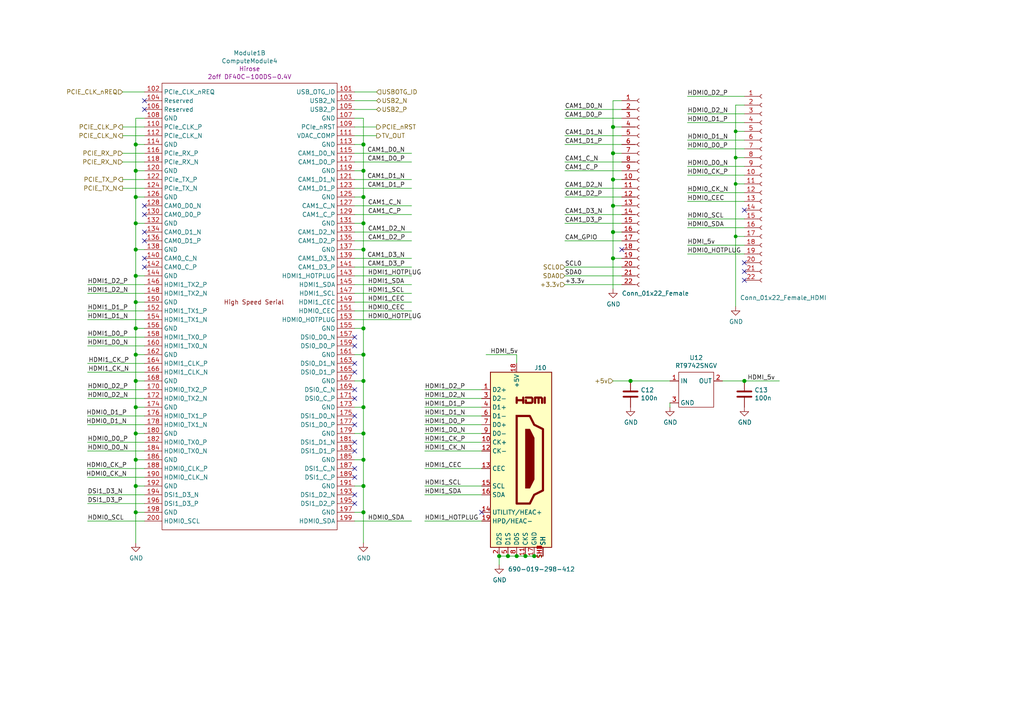
<source format=kicad_sch>
(kicad_sch (version 20230121) (generator eeschema)

  (uuid 3aec5e23-e675-4bcf-9a9e-48cb59d51927)

  (paper "A4")

  (title_block
    (title "Compute Module 4 IO Board - CM4 - Highspeed")
    (rev "1")
    (company "© 2020-2022 Raspberry Pi Ltd (formerly Raspberry Pi (Trading) Ltd.)")
    (comment 1 "www.raspberrypi.com")
  )

  (lib_symbols
    (symbol "CM4IO:ComputeModule4-CM4" (in_bom yes) (on_board yes)
      (property "Reference" "Module" (at 113.03 -68.58 0)
        (effects (font (size 1.27 1.27)))
      )
      (property "Value" "ComputeModule4-CM4" (at 140.97 2.54 0)
        (effects (font (size 1.27 1.27)))
      )
      (property "Footprint" "CM4IO:Raspberry-Pi-4-Compute-Module" (at 142.24 -26.67 0)
        (effects (font (size 1.27 1.27)) hide)
      )
      (property "Datasheet" "" (at 142.24 -26.67 0)
        (effects (font (size 1.27 1.27)) hide)
      )
      (property "Field4" "Hirose" (at 0 0 0)
        (effects (font (size 1.27 1.27)))
      )
      (property "Field5" "2x DF40C-100DS-0.4V" (at 0 -2.54 0)
        (effects (font (size 1.27 1.27)))
      )
      (property "ki_locked" "" (at 0 0 0)
        (effects (font (size 1.27 1.27)))
      )
      (symbol "ComputeModule4-CM4_1_0"
        (text "GPIO" (at 0 6.35 0)
          (effects (font (size 1.27 1.27)))
        )
      )
      (symbol "ComputeModule4-CM4_1_1"
        (rectangle (start -30.48 -71.12) (end 25.4 58.42)
          (stroke (width 0) (type default))
          (fill (type none))
        )
        (text "600mA Max" (at -8.89 -53.34 0)
          (effects (font (size 1.27 1.27)))
        )
        (text "600mA Max" (at -8.89 -48.26 0)
          (effects (font (size 1.27 1.27)))
        )
        (text "NB SD signals are only available" (at -1.27 -27.94 0)
          (effects (font (size 1.27 1.27)))
        )
        (text "on modules without eMMC" (at -1.27 -30.48 0)
          (effects (font (size 1.27 1.27)))
        )
        (pin power_in line (at 27.94 55.88 180) (length 2.54)
          (name "GND" (effects (font (size 1.27 1.27))))
          (number "1" (effects (font (size 1.27 1.27))))
        )
        (pin passive line (at -33.02 45.72 0) (length 2.54)
          (name "Ethernet_Pair0_N" (effects (font (size 1.27 1.27))))
          (number "10" (effects (font (size 1.27 1.27))))
        )
        (pin output line (at -33.02 -68.58 0) (length 2.54)
          (name "nEXTRST" (effects (font (size 1.27 1.27))))
          (number "100" (effects (font (size 1.27 1.27))))
        )
        (pin passive line (at 27.94 43.18 180) (length 2.54)
          (name "Ethernet_Pair2_P" (effects (font (size 1.27 1.27))))
          (number "11" (effects (font (size 1.27 1.27))))
        )
        (pin passive line (at -33.02 43.18 0) (length 2.54)
          (name "Ethernet_Pair0_P" (effects (font (size 1.27 1.27))))
          (number "12" (effects (font (size 1.27 1.27))))
        )
        (pin power_in line (at 27.94 40.64 180) (length 2.54)
          (name "GND" (effects (font (size 1.27 1.27))))
          (number "13" (effects (font (size 1.27 1.27))))
        )
        (pin power_in line (at -33.02 40.64 0) (length 2.54)
          (name "GND" (effects (font (size 1.27 1.27))))
          (number "14" (effects (font (size 1.27 1.27))))
        )
        (pin output line (at 27.94 38.1 180) (length 2.54)
          (name "Ethernet_nLED3(3.3v)" (effects (font (size 1.27 1.27))))
          (number "15" (effects (font (size 1.27 1.27))))
        )
        (pin input line (at -33.02 38.1 0) (length 2.54)
          (name "Ethernet_SYNC_IN(1.8v)" (effects (font (size 1.27 1.27))))
          (number "16" (effects (font (size 1.27 1.27))))
        )
        (pin output line (at 27.94 35.56 180) (length 2.54)
          (name "Ethernet_nLED2(3.3v)" (effects (font (size 1.27 1.27))))
          (number "17" (effects (font (size 1.27 1.27))))
        )
        (pin input line (at -33.02 35.56 0) (length 2.54)
          (name "Ethernet_SYNC_OUT(1.8v)" (effects (font (size 1.27 1.27))))
          (number "18" (effects (font (size 1.27 1.27))))
        )
        (pin output line (at 27.94 33.02 180) (length 2.54)
          (name "Ethernet_nLED1(3.3v)" (effects (font (size 1.27 1.27))))
          (number "19" (effects (font (size 1.27 1.27))))
        )
        (pin power_in line (at -33.02 55.88 0) (length 2.54)
          (name "GND" (effects (font (size 1.27 1.27))))
          (number "2" (effects (font (size 1.27 1.27))))
        )
        (pin passive line (at -33.02 33.02 0) (length 2.54)
          (name "EEPROM_nWP" (effects (font (size 1.27 1.27))))
          (number "20" (effects (font (size 1.27 1.27))))
        )
        (pin open_collector line (at 27.94 30.48 180) (length 2.54)
          (name "PI_nLED_Activity" (effects (font (size 1.27 1.27))))
          (number "21" (effects (font (size 1.27 1.27))))
        )
        (pin power_in line (at -33.02 30.48 0) (length 2.54)
          (name "GND" (effects (font (size 1.27 1.27))))
          (number "22" (effects (font (size 1.27 1.27))))
        )
        (pin power_in line (at 27.94 27.94 180) (length 2.54)
          (name "GND" (effects (font (size 1.27 1.27))))
          (number "23" (effects (font (size 1.27 1.27))))
        )
        (pin passive line (at -33.02 27.94 0) (length 2.54)
          (name "GPIO26" (effects (font (size 1.27 1.27))))
          (number "24" (effects (font (size 1.27 1.27))))
        )
        (pin passive line (at 27.94 25.4 180) (length 2.54)
          (name "GPIO21" (effects (font (size 1.27 1.27))))
          (number "25" (effects (font (size 1.27 1.27))))
        )
        (pin passive line (at -33.02 25.4 0) (length 2.54)
          (name "GPIO19" (effects (font (size 1.27 1.27))))
          (number "26" (effects (font (size 1.27 1.27))))
        )
        (pin passive line (at 27.94 22.86 180) (length 2.54)
          (name "GPIO20" (effects (font (size 1.27 1.27))))
          (number "27" (effects (font (size 1.27 1.27))))
        )
        (pin passive line (at -33.02 22.86 0) (length 2.54)
          (name "GPIO13" (effects (font (size 1.27 1.27))))
          (number "28" (effects (font (size 1.27 1.27))))
        )
        (pin passive line (at 27.94 20.32 180) (length 2.54)
          (name "GPIO16" (effects (font (size 1.27 1.27))))
          (number "29" (effects (font (size 1.27 1.27))))
        )
        (pin passive line (at 27.94 53.34 180) (length 2.54)
          (name "Ethernet_Pair3_P" (effects (font (size 1.27 1.27))))
          (number "3" (effects (font (size 1.27 1.27))))
        )
        (pin passive line (at -33.02 20.32 0) (length 2.54)
          (name "GPIO6" (effects (font (size 1.27 1.27))))
          (number "30" (effects (font (size 1.27 1.27))))
        )
        (pin passive line (at 27.94 17.78 180) (length 2.54)
          (name "GPIO12" (effects (font (size 1.27 1.27))))
          (number "31" (effects (font (size 1.27 1.27))))
        )
        (pin power_in line (at -33.02 17.78 0) (length 2.54)
          (name "GND" (effects (font (size 1.27 1.27))))
          (number "32" (effects (font (size 1.27 1.27))))
        )
        (pin power_in line (at 27.94 15.24 180) (length 2.54)
          (name "GND" (effects (font (size 1.27 1.27))))
          (number "33" (effects (font (size 1.27 1.27))))
        )
        (pin passive line (at -33.02 15.24 0) (length 2.54)
          (name "GPIO5" (effects (font (size 1.27 1.27))))
          (number "34" (effects (font (size 1.27 1.27))))
        )
        (pin passive line (at 27.94 12.7 180) (length 2.54)
          (name "ID_SC" (effects (font (size 1.27 1.27))))
          (number "35" (effects (font (size 1.27 1.27))))
        )
        (pin passive line (at -33.02 12.7 0) (length 2.54)
          (name "ID_SD" (effects (font (size 1.27 1.27))))
          (number "36" (effects (font (size 1.27 1.27))))
        )
        (pin passive line (at 27.94 10.16 180) (length 2.54)
          (name "GPIO7" (effects (font (size 1.27 1.27))))
          (number "37" (effects (font (size 1.27 1.27))))
        )
        (pin passive line (at -33.02 10.16 0) (length 2.54)
          (name "GPIO11" (effects (font (size 1.27 1.27))))
          (number "38" (effects (font (size 1.27 1.27))))
        )
        (pin passive line (at 27.94 7.62 180) (length 2.54)
          (name "GPIO8" (effects (font (size 1.27 1.27))))
          (number "39" (effects (font (size 1.27 1.27))))
        )
        (pin passive line (at -33.02 53.34 0) (length 2.54)
          (name "Ethernet_Pair1_P" (effects (font (size 1.27 1.27))))
          (number "4" (effects (font (size 1.27 1.27))))
        )
        (pin passive line (at -33.02 7.62 0) (length 2.54)
          (name "GPIO9" (effects (font (size 1.27 1.27))))
          (number "40" (effects (font (size 1.27 1.27))))
        )
        (pin passive line (at 27.94 5.08 180) (length 2.54)
          (name "GPIO25" (effects (font (size 1.27 1.27))))
          (number "41" (effects (font (size 1.27 1.27))))
        )
        (pin power_in line (at -33.02 5.08 0) (length 2.54)
          (name "GND" (effects (font (size 1.27 1.27))))
          (number "42" (effects (font (size 1.27 1.27))))
        )
        (pin power_in line (at 27.94 2.54 180) (length 2.54)
          (name "GND" (effects (font (size 1.27 1.27))))
          (number "43" (effects (font (size 1.27 1.27))))
        )
        (pin passive line (at -33.02 2.54 0) (length 2.54)
          (name "GPIO10" (effects (font (size 1.27 1.27))))
          (number "44" (effects (font (size 1.27 1.27))))
        )
        (pin passive line (at 27.94 0 180) (length 2.54)
          (name "GPIO24" (effects (font (size 1.27 1.27))))
          (number "45" (effects (font (size 1.27 1.27))))
        )
        (pin passive line (at -33.02 0 0) (length 2.54)
          (name "GPIO22" (effects (font (size 1.27 1.27))))
          (number "46" (effects (font (size 1.27 1.27))))
        )
        (pin passive line (at 27.94 -2.54 180) (length 2.54)
          (name "GPIO23" (effects (font (size 1.27 1.27))))
          (number "47" (effects (font (size 1.27 1.27))))
        )
        (pin passive line (at -33.02 -2.54 0) (length 2.54)
          (name "GPIO27" (effects (font (size 1.27 1.27))))
          (number "48" (effects (font (size 1.27 1.27))))
        )
        (pin passive line (at 27.94 -5.08 180) (length 2.54)
          (name "GPIO18" (effects (font (size 1.27 1.27))))
          (number "49" (effects (font (size 1.27 1.27))))
        )
        (pin passive line (at 27.94 50.8 180) (length 2.54)
          (name "Ethernet_Pair3_N" (effects (font (size 1.27 1.27))))
          (number "5" (effects (font (size 1.27 1.27))))
        )
        (pin passive line (at -33.02 -5.08 0) (length 2.54)
          (name "GPIO17" (effects (font (size 1.27 1.27))))
          (number "50" (effects (font (size 1.27 1.27))))
        )
        (pin passive line (at 27.94 -7.62 180) (length 2.54)
          (name "GPIO15" (effects (font (size 1.27 1.27))))
          (number "51" (effects (font (size 1.27 1.27))))
        )
        (pin power_in line (at -33.02 -7.62 0) (length 2.54)
          (name "GND" (effects (font (size 1.27 1.27))))
          (number "52" (effects (font (size 1.27 1.27))))
        )
        (pin power_in line (at 27.94 -10.16 180) (length 2.54)
          (name "GND" (effects (font (size 1.27 1.27))))
          (number "53" (effects (font (size 1.27 1.27))))
        )
        (pin passive line (at -33.02 -10.16 0) (length 2.54)
          (name "GPIO4" (effects (font (size 1.27 1.27))))
          (number "54" (effects (font (size 1.27 1.27))))
        )
        (pin passive line (at 27.94 -12.7 180) (length 2.54)
          (name "GPIO14" (effects (font (size 1.27 1.27))))
          (number "55" (effects (font (size 1.27 1.27))))
        )
        (pin passive line (at -33.02 -12.7 0) (length 2.54)
          (name "GPIO3" (effects (font (size 1.27 1.27))))
          (number "56" (effects (font (size 1.27 1.27))))
        )
        (pin passive line (at 27.94 -15.24 180) (length 2.54)
          (name "SD_CLK" (effects (font (size 1.27 1.27))))
          (number "57" (effects (font (size 1.27 1.27))))
        )
        (pin passive line (at -33.02 -15.24 0) (length 2.54)
          (name "GPIO2" (effects (font (size 1.27 1.27))))
          (number "58" (effects (font (size 1.27 1.27))))
        )
        (pin power_in line (at 27.94 -17.78 180) (length 2.54)
          (name "GND" (effects (font (size 1.27 1.27))))
          (number "59" (effects (font (size 1.27 1.27))))
        )
        (pin passive line (at -33.02 50.8 0) (length 2.54)
          (name "Ethernet_Pair1_N" (effects (font (size 1.27 1.27))))
          (number "6" (effects (font (size 1.27 1.27))))
        )
        (pin power_in line (at -33.02 -17.78 0) (length 2.54)
          (name "GND" (effects (font (size 1.27 1.27))))
          (number "60" (effects (font (size 1.27 1.27))))
        )
        (pin passive line (at 27.94 -20.32 180) (length 2.54)
          (name "SD_DAT3" (effects (font (size 1.27 1.27))))
          (number "61" (effects (font (size 1.27 1.27))))
        )
        (pin passive line (at -33.02 -20.32 0) (length 2.54)
          (name "SD_CMD" (effects (font (size 1.27 1.27))))
          (number "62" (effects (font (size 1.27 1.27))))
        )
        (pin passive line (at 27.94 -22.86 180) (length 2.54)
          (name "SD_DAT0" (effects (font (size 1.27 1.27))))
          (number "63" (effects (font (size 1.27 1.27))))
        )
        (pin passive line (at -33.02 -22.86 0) (length 2.54)
          (name "SD_DAT5" (effects (font (size 1.27 1.27))))
          (number "64" (effects (font (size 1.27 1.27))))
        )
        (pin power_in line (at 27.94 -25.4 180) (length 2.54)
          (name "GND" (effects (font (size 1.27 1.27))))
          (number "65" (effects (font (size 1.27 1.27))))
        )
        (pin power_in line (at -33.02 -25.4 0) (length 2.54)
          (name "GND" (effects (font (size 1.27 1.27))))
          (number "66" (effects (font (size 1.27 1.27))))
        )
        (pin passive line (at 27.94 -27.94 180) (length 2.54)
          (name "SD_DAT1" (effects (font (size 1.27 1.27))))
          (number "67" (effects (font (size 1.27 1.27))))
        )
        (pin passive line (at -33.02 -27.94 0) (length 2.54)
          (name "SD_DAT4" (effects (font (size 1.27 1.27))))
          (number "68" (effects (font (size 1.27 1.27))))
        )
        (pin passive line (at 27.94 -30.48 180) (length 2.54)
          (name "SD_DAT2" (effects (font (size 1.27 1.27))))
          (number "69" (effects (font (size 1.27 1.27))))
        )
        (pin power_in line (at 27.94 48.26 180) (length 2.54)
          (name "GND" (effects (font (size 1.27 1.27))))
          (number "7" (effects (font (size 1.27 1.27))))
        )
        (pin passive line (at -33.02 -30.48 0) (length 2.54)
          (name "SD_DAT7" (effects (font (size 1.27 1.27))))
          (number "70" (effects (font (size 1.27 1.27))))
        )
        (pin power_in line (at 27.94 -33.02 180) (length 2.54)
          (name "GND" (effects (font (size 1.27 1.27))))
          (number "71" (effects (font (size 1.27 1.27))))
        )
        (pin passive line (at -33.02 -33.02 0) (length 2.54)
          (name "SD_DAT6" (effects (font (size 1.27 1.27))))
          (number "72" (effects (font (size 1.27 1.27))))
        )
        (pin input line (at 27.94 -35.56 180) (length 2.54)
          (name "SD_VDD_Override" (effects (font (size 1.27 1.27))))
          (number "73" (effects (font (size 1.27 1.27))))
        )
        (pin power_in line (at -33.02 -35.56 0) (length 2.54)
          (name "GND" (effects (font (size 1.27 1.27))))
          (number "74" (effects (font (size 1.27 1.27))))
        )
        (pin output line (at 27.94 -38.1 180) (length 2.54)
          (name "SD_PWR_ON" (effects (font (size 1.27 1.27))))
          (number "75" (effects (font (size 1.27 1.27))))
        )
        (pin passive line (at -33.02 -38.1 0) (length 2.54)
          (name "Reserved" (effects (font (size 1.27 1.27))))
          (number "76" (effects (font (size 1.27 1.27))))
        )
        (pin power_in line (at 27.94 -40.64 180) (length 2.54)
          (name "+5v_(Input)" (effects (font (size 1.27 1.27))))
          (number "77" (effects (font (size 1.27 1.27))))
        )
        (pin power_in line (at -33.02 -40.64 0) (length 2.54)
          (name "GPIO_VREF(1.8v/3.3v_Input)" (effects (font (size 1.27 1.27))))
          (number "78" (effects (font (size 1.27 1.27))))
        )
        (pin power_in line (at 27.94 -43.18 180) (length 2.54)
          (name "+5v_(Input)" (effects (font (size 1.27 1.27))))
          (number "79" (effects (font (size 1.27 1.27))))
        )
        (pin power_in line (at -33.02 48.26 0) (length 2.54)
          (name "GND" (effects (font (size 1.27 1.27))))
          (number "8" (effects (font (size 1.27 1.27))))
        )
        (pin passive line (at -33.02 -43.18 0) (length 2.54)
          (name "SCL0" (effects (font (size 1.27 1.27))))
          (number "80" (effects (font (size 1.27 1.27))))
        )
        (pin power_in line (at 27.94 -45.72 180) (length 2.54)
          (name "+5v_(Input)" (effects (font (size 1.27 1.27))))
          (number "81" (effects (font (size 1.27 1.27))))
        )
        (pin passive line (at -33.02 -45.72 0) (length 2.54)
          (name "SDA0" (effects (font (size 1.27 1.27))))
          (number "82" (effects (font (size 1.27 1.27))))
        )
        (pin power_in line (at 27.94 -48.26 180) (length 2.54)
          (name "+5v_(Input)" (effects (font (size 1.27 1.27))))
          (number "83" (effects (font (size 1.27 1.27))))
        )
        (pin power_out line (at -33.02 -48.26 0) (length 2.54)
          (name "+3.3v_(Output)" (effects (font (size 1.27 1.27))))
          (number "84" (effects (font (size 1.27 1.27))))
        )
        (pin power_in line (at 27.94 -50.8 180) (length 2.54)
          (name "+5v_(Input)" (effects (font (size 1.27 1.27))))
          (number "85" (effects (font (size 1.27 1.27))))
        )
        (pin power_out line (at -33.02 -50.8 0) (length 2.54)
          (name "+3.3v_(Output)" (effects (font (size 1.27 1.27))))
          (number "86" (effects (font (size 1.27 1.27))))
        )
        (pin power_in line (at 27.94 -53.34 180) (length 2.54)
          (name "+5v_(Input)" (effects (font (size 1.27 1.27))))
          (number "87" (effects (font (size 1.27 1.27))))
        )
        (pin power_out line (at -33.02 -53.34 0) (length 2.54)
          (name "+1.8v_(Output)" (effects (font (size 1.27 1.27))))
          (number "88" (effects (font (size 1.27 1.27))))
        )
        (pin power_in line (at 27.94 -55.88 180) (length 2.54)
          (name "WiFi_nDisable" (effects (font (size 1.27 1.27))))
          (number "89" (effects (font (size 1.27 1.27))))
        )
        (pin passive line (at 27.94 45.72 180) (length 2.54)
          (name "Ethernet_Pair2_N" (effects (font (size 1.27 1.27))))
          (number "9" (effects (font (size 1.27 1.27))))
        )
        (pin power_out line (at -33.02 -55.88 0) (length 2.54)
          (name "+1.8v_(Output)" (effects (font (size 1.27 1.27))))
          (number "90" (effects (font (size 1.27 1.27))))
        )
        (pin power_in line (at 27.94 -58.42 180) (length 2.54)
          (name "BT_nDisable" (effects (font (size 1.27 1.27))))
          (number "91" (effects (font (size 1.27 1.27))))
        )
        (pin passive line (at -33.02 -58.42 0) (length 2.54)
          (name "RUN_PG" (effects (font (size 1.27 1.27))))
          (number "92" (effects (font (size 1.27 1.27))))
        )
        (pin input line (at 27.94 -60.96 180) (length 2.54)
          (name "nRPIBOOT" (effects (font (size 1.27 1.27))))
          (number "93" (effects (font (size 1.27 1.27))))
        )
        (pin passive line (at -33.02 -60.96 0) (length 2.54)
          (name "AnalogIP0" (effects (font (size 1.27 1.27))))
          (number "94" (effects (font (size 1.27 1.27))))
        )
        (pin output line (at 27.94 -63.5 180) (length 2.54)
          (name "nPI_LED_PWR" (effects (font (size 1.27 1.27))))
          (number "95" (effects (font (size 1.27 1.27))))
        )
        (pin passive line (at -33.02 -63.5 0) (length 2.54)
          (name "AnalogIP1" (effects (font (size 1.27 1.27))))
          (number "96" (effects (font (size 1.27 1.27))))
        )
        (pin passive line (at 27.94 -66.04 180) (length 2.54)
          (name "Camera_GPIO" (effects (font (size 1.27 1.27))))
          (number "97" (effects (font (size 1.27 1.27))))
        )
        (pin power_in line (at -33.02 -66.04 0) (length 2.54)
          (name "GND" (effects (font (size 1.27 1.27))))
          (number "98" (effects (font (size 1.27 1.27))))
        )
        (pin input line (at 27.94 -68.58 180) (length 2.54)
          (name "Global_EN" (effects (font (size 1.27 1.27))))
          (number "99" (effects (font (size 1.27 1.27))))
        )
      )
      (symbol "ComputeModule4-CM4_2_1"
        (rectangle (start 114.3 -66.04) (end 165.1 63.5)
          (stroke (width 0) (type default))
          (fill (type none))
        )
        (text "High Speed Serial" (at 140.97 0 0)
          (effects (font (size 1.27 1.27)))
        )
        (pin input line (at 170.18 60.96 180) (length 5.08)
          (name "USB_OTG_ID" (effects (font (size 1.27 1.27))))
          (number "101" (effects (font (size 1.27 1.27))))
        )
        (pin input line (at 109.22 60.96 0) (length 5.08)
          (name "PCIe_CLK_nREQ" (effects (font (size 1.27 1.27))))
          (number "102" (effects (font (size 1.27 1.27))))
        )
        (pin passive line (at 170.18 58.42 180) (length 5.08)
          (name "USB2_N" (effects (font (size 1.27 1.27))))
          (number "103" (effects (font (size 1.27 1.27))))
        )
        (pin passive line (at 109.22 58.42 0) (length 5.08)
          (name "Reserved" (effects (font (size 1.27 1.27))))
          (number "104" (effects (font (size 1.27 1.27))))
        )
        (pin passive line (at 170.18 55.88 180) (length 5.08)
          (name "USB2_P" (effects (font (size 1.27 1.27))))
          (number "105" (effects (font (size 1.27 1.27))))
        )
        (pin passive line (at 109.22 55.88 0) (length 5.08)
          (name "Reserved" (effects (font (size 1.27 1.27))))
          (number "106" (effects (font (size 1.27 1.27))))
        )
        (pin power_in line (at 170.18 53.34 180) (length 5.08)
          (name "GND" (effects (font (size 1.27 1.27))))
          (number "107" (effects (font (size 1.27 1.27))))
        )
        (pin power_in line (at 109.22 53.34 0) (length 5.08)
          (name "GND" (effects (font (size 1.27 1.27))))
          (number "108" (effects (font (size 1.27 1.27))))
        )
        (pin bidirectional line (at 170.18 50.8 180) (length 5.08)
          (name "PCIe_nRST" (effects (font (size 1.27 1.27))))
          (number "109" (effects (font (size 1.27 1.27))))
        )
        (pin output line (at 109.22 50.8 0) (length 5.08)
          (name "PCIe_CLK_P" (effects (font (size 1.27 1.27))))
          (number "110" (effects (font (size 1.27 1.27))))
        )
        (pin passive line (at 170.18 48.26 180) (length 5.08)
          (name "VDAC_COMP" (effects (font (size 1.27 1.27))))
          (number "111" (effects (font (size 1.27 1.27))))
        )
        (pin output line (at 109.22 48.26 0) (length 5.08)
          (name "PCIe_CLK_N" (effects (font (size 1.27 1.27))))
          (number "112" (effects (font (size 1.27 1.27))))
        )
        (pin power_in line (at 170.18 45.72 180) (length 5.08)
          (name "GND" (effects (font (size 1.27 1.27))))
          (number "113" (effects (font (size 1.27 1.27))))
        )
        (pin power_in line (at 109.22 45.72 0) (length 5.08)
          (name "GND" (effects (font (size 1.27 1.27))))
          (number "114" (effects (font (size 1.27 1.27))))
        )
        (pin input line (at 170.18 43.18 180) (length 5.08)
          (name "CAM1_D0_N" (effects (font (size 1.27 1.27))))
          (number "115" (effects (font (size 1.27 1.27))))
        )
        (pin input line (at 109.22 43.18 0) (length 5.08)
          (name "PCIe_RX_P" (effects (font (size 1.27 1.27))))
          (number "116" (effects (font (size 1.27 1.27))))
        )
        (pin input line (at 170.18 40.64 180) (length 5.08)
          (name "CAM1_D0_P" (effects (font (size 1.27 1.27))))
          (number "117" (effects (font (size 1.27 1.27))))
        )
        (pin input line (at 109.22 40.64 0) (length 5.08)
          (name "PCIe_RX_N" (effects (font (size 1.27 1.27))))
          (number "118" (effects (font (size 1.27 1.27))))
        )
        (pin power_in line (at 170.18 38.1 180) (length 5.08)
          (name "GND" (effects (font (size 1.27 1.27))))
          (number "119" (effects (font (size 1.27 1.27))))
        )
        (pin power_in line (at 109.22 38.1 0) (length 5.08)
          (name "GND" (effects (font (size 1.27 1.27))))
          (number "120" (effects (font (size 1.27 1.27))))
        )
        (pin input line (at 170.18 35.56 180) (length 5.08)
          (name "CAM1_D1_N" (effects (font (size 1.27 1.27))))
          (number "121" (effects (font (size 1.27 1.27))))
        )
        (pin output line (at 109.22 35.56 0) (length 5.08)
          (name "PCIe_TX_P" (effects (font (size 1.27 1.27))))
          (number "122" (effects (font (size 1.27 1.27))))
        )
        (pin input line (at 170.18 33.02 180) (length 5.08)
          (name "CAM1_D1_P" (effects (font (size 1.27 1.27))))
          (number "123" (effects (font (size 1.27 1.27))))
        )
        (pin output line (at 109.22 33.02 0) (length 5.08)
          (name "PCIe_TX_N" (effects (font (size 1.27 1.27))))
          (number "124" (effects (font (size 1.27 1.27))))
        )
        (pin power_in line (at 170.18 30.48 180) (length 5.08)
          (name "GND" (effects (font (size 1.27 1.27))))
          (number "125" (effects (font (size 1.27 1.27))))
        )
        (pin power_in line (at 109.22 30.48 0) (length 5.08)
          (name "GND" (effects (font (size 1.27 1.27))))
          (number "126" (effects (font (size 1.27 1.27))))
        )
        (pin input line (at 170.18 27.94 180) (length 5.08)
          (name "CAM1_C_N" (effects (font (size 1.27 1.27))))
          (number "127" (effects (font (size 1.27 1.27))))
        )
        (pin input line (at 109.22 27.94 0) (length 5.08)
          (name "CAM0_D0_N" (effects (font (size 1.27 1.27))))
          (number "128" (effects (font (size 1.27 1.27))))
        )
        (pin input line (at 170.18 25.4 180) (length 5.08)
          (name "CAM1_C_P" (effects (font (size 1.27 1.27))))
          (number "129" (effects (font (size 1.27 1.27))))
        )
        (pin input line (at 109.22 25.4 0) (length 5.08)
          (name "CAM0_D0_P" (effects (font (size 1.27 1.27))))
          (number "130" (effects (font (size 1.27 1.27))))
        )
        (pin power_in line (at 170.18 22.86 180) (length 5.08)
          (name "GND" (effects (font (size 1.27 1.27))))
          (number "131" (effects (font (size 1.27 1.27))))
        )
        (pin power_in line (at 109.22 22.86 0) (length 5.08)
          (name "GND" (effects (font (size 1.27 1.27))))
          (number "132" (effects (font (size 1.27 1.27))))
        )
        (pin input line (at 170.18 20.32 180) (length 5.08)
          (name "CAM1_D2_N" (effects (font (size 1.27 1.27))))
          (number "133" (effects (font (size 1.27 1.27))))
        )
        (pin input line (at 109.22 20.32 0) (length 5.08)
          (name "CAM0_D1_N" (effects (font (size 1.27 1.27))))
          (number "134" (effects (font (size 1.27 1.27))))
        )
        (pin input line (at 170.18 17.78 180) (length 5.08)
          (name "CAM1_D2_P" (effects (font (size 1.27 1.27))))
          (number "135" (effects (font (size 1.27 1.27))))
        )
        (pin input line (at 109.22 17.78 0) (length 5.08)
          (name "CAM0_D1_P" (effects (font (size 1.27 1.27))))
          (number "136" (effects (font (size 1.27 1.27))))
        )
        (pin power_in line (at 170.18 15.24 180) (length 5.08)
          (name "GND" (effects (font (size 1.27 1.27))))
          (number "137" (effects (font (size 1.27 1.27))))
        )
        (pin power_in line (at 109.22 15.24 0) (length 5.08)
          (name "GND" (effects (font (size 1.27 1.27))))
          (number "138" (effects (font (size 1.27 1.27))))
        )
        (pin input line (at 170.18 12.7 180) (length 5.08)
          (name "CAM1_D3_N" (effects (font (size 1.27 1.27))))
          (number "139" (effects (font (size 1.27 1.27))))
        )
        (pin input line (at 109.22 12.7 0) (length 5.08)
          (name "CAM0_C_N" (effects (font (size 1.27 1.27))))
          (number "140" (effects (font (size 1.27 1.27))))
        )
        (pin input line (at 170.18 10.16 180) (length 5.08)
          (name "CAM1_D3_P" (effects (font (size 1.27 1.27))))
          (number "141" (effects (font (size 1.27 1.27))))
        )
        (pin input line (at 109.22 10.16 0) (length 5.08)
          (name "CAM0_C_P" (effects (font (size 1.27 1.27))))
          (number "142" (effects (font (size 1.27 1.27))))
        )
        (pin input line (at 170.18 7.62 180) (length 5.08)
          (name "HDMI1_HOTPLUG" (effects (font (size 1.27 1.27))))
          (number "143" (effects (font (size 1.27 1.27))))
        )
        (pin power_in line (at 109.22 7.62 0) (length 5.08)
          (name "GND" (effects (font (size 1.27 1.27))))
          (number "144" (effects (font (size 1.27 1.27))))
        )
        (pin bidirectional line (at 170.18 5.08 180) (length 5.08)
          (name "HDMI1_SDA" (effects (font (size 1.27 1.27))))
          (number "145" (effects (font (size 1.27 1.27))))
        )
        (pin output line (at 109.22 5.08 0) (length 5.08)
          (name "HDMI1_TX2_P" (effects (font (size 1.27 1.27))))
          (number "146" (effects (font (size 1.27 1.27))))
        )
        (pin open_collector line (at 170.18 2.54 180) (length 5.08)
          (name "HDMI1_SCL" (effects (font (size 1.27 1.27))))
          (number "147" (effects (font (size 1.27 1.27))))
        )
        (pin output line (at 109.22 2.54 0) (length 5.08)
          (name "HDMI1_TX2_N" (effects (font (size 1.27 1.27))))
          (number "148" (effects (font (size 1.27 1.27))))
        )
        (pin open_collector line (at 170.18 0 180) (length 5.08)
          (name "HDMI1_CEC" (effects (font (size 1.27 1.27))))
          (number "149" (effects (font (size 1.27 1.27))))
        )
        (pin power_in line (at 109.22 0 0) (length 5.08)
          (name "GND" (effects (font (size 1.27 1.27))))
          (number "150" (effects (font (size 1.27 1.27))))
        )
        (pin open_collector line (at 170.18 -2.54 180) (length 5.08)
          (name "HDMI0_CEC" (effects (font (size 1.27 1.27))))
          (number "151" (effects (font (size 1.27 1.27))))
        )
        (pin output line (at 109.22 -2.54 0) (length 5.08)
          (name "HDMI1_TX1_P" (effects (font (size 1.27 1.27))))
          (number "152" (effects (font (size 1.27 1.27))))
        )
        (pin input line (at 170.18 -5.08 180) (length 5.08)
          (name "HDMI0_HOTPLUG" (effects (font (size 1.27 1.27))))
          (number "153" (effects (font (size 1.27 1.27))))
        )
        (pin output line (at 109.22 -5.08 0) (length 5.08)
          (name "HDMI1_TX1_N" (effects (font (size 1.27 1.27))))
          (number "154" (effects (font (size 1.27 1.27))))
        )
        (pin power_in line (at 170.18 -7.62 180) (length 5.08)
          (name "GND" (effects (font (size 1.27 1.27))))
          (number "155" (effects (font (size 1.27 1.27))))
        )
        (pin power_in line (at 109.22 -7.62 0) (length 5.08)
          (name "GND" (effects (font (size 1.27 1.27))))
          (number "156" (effects (font (size 1.27 1.27))))
        )
        (pin output line (at 170.18 -10.16 180) (length 5.08)
          (name "DSI0_D0_N" (effects (font (size 1.27 1.27))))
          (number "157" (effects (font (size 1.27 1.27))))
        )
        (pin output line (at 109.22 -10.16 0) (length 5.08)
          (name "HDMI1_TX0_P" (effects (font (size 1.27 1.27))))
          (number "158" (effects (font (size 1.27 1.27))))
        )
        (pin output line (at 170.18 -12.7 180) (length 5.08)
          (name "DSI0_D0_P" (effects (font (size 1.27 1.27))))
          (number "159" (effects (font (size 1.27 1.27))))
        )
        (pin output line (at 109.22 -12.7 0) (length 5.08)
          (name "HDMI1_TX0_N" (effects (font (size 1.27 1.27))))
          (number "160" (effects (font (size 1.27 1.27))))
        )
        (pin power_in line (at 170.18 -15.24 180) (length 5.08)
          (name "GND" (effects (font (size 1.27 1.27))))
          (number "161" (effects (font (size 1.27 1.27))))
        )
        (pin power_in line (at 109.22 -15.24 0) (length 5.08)
          (name "GND" (effects (font (size 1.27 1.27))))
          (number "162" (effects (font (size 1.27 1.27))))
        )
        (pin output line (at 170.18 -17.78 180) (length 5.08)
          (name "DSI0_D1_N" (effects (font (size 1.27 1.27))))
          (number "163" (effects (font (size 1.27 1.27))))
        )
        (pin output line (at 109.22 -17.78 0) (length 5.08)
          (name "HDMI1_CLK_P" (effects (font (size 1.27 1.27))))
          (number "164" (effects (font (size 1.27 1.27))))
        )
        (pin output line (at 170.18 -20.32 180) (length 5.08)
          (name "DSI0_D1_P" (effects (font (size 1.27 1.27))))
          (number "165" (effects (font (size 1.27 1.27))))
        )
        (pin output line (at 109.22 -20.32 0) (length 5.08)
          (name "HDMI1_CLK_N" (effects (font (size 1.27 1.27))))
          (number "166" (effects (font (size 1.27 1.27))))
        )
        (pin power_in line (at 170.18 -22.86 180) (length 5.08)
          (name "GND" (effects (font (size 1.27 1.27))))
          (number "167" (effects (font (size 1.27 1.27))))
        )
        (pin power_in line (at 109.22 -22.86 0) (length 5.08)
          (name "GND" (effects (font (size 1.27 1.27))))
          (number "168" (effects (font (size 1.27 1.27))))
        )
        (pin output line (at 170.18 -25.4 180) (length 5.08)
          (name "DSI0_C_N" (effects (font (size 1.27 1.27))))
          (number "169" (effects (font (size 1.27 1.27))))
        )
        (pin output line (at 109.22 -25.4 0) (length 5.08)
          (name "HDMI0_TX2_P" (effects (font (size 1.27 1.27))))
          (number "170" (effects (font (size 1.27 1.27))))
        )
        (pin output line (at 170.18 -27.94 180) (length 5.08)
          (name "DSI0_C_P" (effects (font (size 1.27 1.27))))
          (number "171" (effects (font (size 1.27 1.27))))
        )
        (pin output line (at 109.22 -27.94 0) (length 5.08)
          (name "HDMI0_TX2_N" (effects (font (size 1.27 1.27))))
          (number "172" (effects (font (size 1.27 1.27))))
        )
        (pin power_in line (at 170.18 -30.48 180) (length 5.08)
          (name "GND" (effects (font (size 1.27 1.27))))
          (number "173" (effects (font (size 1.27 1.27))))
        )
        (pin power_in line (at 109.22 -30.48 0) (length 5.08)
          (name "GND" (effects (font (size 1.27 1.27))))
          (number "174" (effects (font (size 1.27 1.27))))
        )
        (pin output line (at 170.18 -33.02 180) (length 5.08)
          (name "DSI1_D0_N" (effects (font (size 1.27 1.27))))
          (number "175" (effects (font (size 1.27 1.27))))
        )
        (pin output line (at 109.22 -33.02 0) (length 5.08)
          (name "HDMI0_TX1_P" (effects (font (size 1.27 1.27))))
          (number "176" (effects (font (size 1.27 1.27))))
        )
        (pin output line (at 170.18 -35.56 180) (length 5.08)
          (name "DSI1_D0_P" (effects (font (size 1.27 1.27))))
          (number "177" (effects (font (size 1.27 1.27))))
        )
        (pin output line (at 109.22 -35.56 0) (length 5.08)
          (name "HDMI0_TX1_N" (effects (font (size 1.27 1.27))))
          (number "178" (effects (font (size 1.27 1.27))))
        )
        (pin power_in line (at 170.18 -38.1 180) (length 5.08)
          (name "GND" (effects (font (size 1.27 1.27))))
          (number "179" (effects (font (size 1.27 1.27))))
        )
        (pin power_in line (at 109.22 -38.1 0) (length 5.08)
          (name "GND" (effects (font (size 1.27 1.27))))
          (number "180" (effects (font (size 1.27 1.27))))
        )
        (pin output line (at 170.18 -40.64 180) (length 5.08)
          (name "DSI1_D1_N" (effects (font (size 1.27 1.27))))
          (number "181" (effects (font (size 1.27 1.27))))
        )
        (pin output line (at 109.22 -40.64 0) (length 5.08)
          (name "HDMI0_TX0_P" (effects (font (size 1.27 1.27))))
          (number "182" (effects (font (size 1.27 1.27))))
        )
        (pin output line (at 170.18 -43.18 180) (length 5.08)
          (name "DSI1_D1_P" (effects (font (size 1.27 1.27))))
          (number "183" (effects (font (size 1.27 1.27))))
        )
        (pin output line (at 109.22 -43.18 0) (length 5.08)
          (name "HDMI0_TX0_N" (effects (font (size 1.27 1.27))))
          (number "184" (effects (font (size 1.27 1.27))))
        )
        (pin power_in line (at 170.18 -45.72 180) (length 5.08)
          (name "GND" (effects (font (size 1.27 1.27))))
          (number "185" (effects (font (size 1.27 1.27))))
        )
        (pin power_in line (at 109.22 -45.72 0) (length 5.08)
          (name "GND" (effects (font (size 1.27 1.27))))
          (number "186" (effects (font (size 1.27 1.27))))
        )
        (pin output line (at 170.18 -48.26 180) (length 5.08)
          (name "DSI1_C_N" (effects (font (size 1.27 1.27))))
          (number "187" (effects (font (size 1.27 1.27))))
        )
        (pin output line (at 109.22 -48.26 0) (length 5.08)
          (name "HDMI0_CLK_P" (effects (font (size 1.27 1.27))))
          (number "188" (effects (font (size 1.27 1.27))))
        )
        (pin output line (at 170.18 -50.8 180) (length 5.08)
          (name "DSI1_C_P" (effects (font (size 1.27 1.27))))
          (number "189" (effects (font (size 1.27 1.27))))
        )
        (pin output line (at 109.22 -50.8 0) (length 5.08)
          (name "HDMI0_CLK_N" (effects (font (size 1.27 1.27))))
          (number "190" (effects (font (size 1.27 1.27))))
        )
        (pin power_in line (at 170.18 -53.34 180) (length 5.08)
          (name "GND" (effects (font (size 1.27 1.27))))
          (number "191" (effects (font (size 1.27 1.27))))
        )
        (pin power_in line (at 109.22 -53.34 0) (length 5.08)
          (name "GND" (effects (font (size 1.27 1.27))))
          (number "192" (effects (font (size 1.27 1.27))))
        )
        (pin output line (at 170.18 -55.88 180) (length 5.08)
          (name "DSI1_D2_N" (effects (font (size 1.27 1.27))))
          (number "193" (effects (font (size 1.27 1.27))))
        )
        (pin output line (at 109.22 -55.88 0) (length 5.08)
          (name "DSI1_D3_N" (effects (font (size 1.27 1.27))))
          (number "194" (effects (font (size 1.27 1.27))))
        )
        (pin output line (at 170.18 -58.42 180) (length 5.08)
          (name "DSI1_D2_P" (effects (font (size 1.27 1.27))))
          (number "195" (effects (font (size 1.27 1.27))))
        )
        (pin output line (at 109.22 -58.42 0) (length 5.08)
          (name "DSI1_D3_P" (effects (font (size 1.27 1.27))))
          (number "196" (effects (font (size 1.27 1.27))))
        )
        (pin power_in line (at 170.18 -60.96 180) (length 5.08)
          (name "GND" (effects (font (size 1.27 1.27))))
          (number "197" (effects (font (size 1.27 1.27))))
        )
        (pin power_in line (at 109.22 -60.96 0) (length 5.08)
          (name "GND" (effects (font (size 1.27 1.27))))
          (number "198" (effects (font (size 1.27 1.27))))
        )
        (pin bidirectional line (at 170.18 -63.5 180) (length 5.08)
          (name "HDMI0_SDA" (effects (font (size 1.27 1.27))))
          (number "199" (effects (font (size 1.27 1.27))))
        )
        (pin open_collector line (at 109.22 -63.5 0) (length 5.08)
          (name "HDMI0_SCL" (effects (font (size 1.27 1.27))))
          (number "200" (effects (font (size 1.27 1.27))))
        )
      )
    )
    (symbol "CM4IO:HDMI_A_1.4" (in_bom yes) (on_board yes)
      (property "Reference" "J" (at -6.35 26.67 0)
        (effects (font (size 1.27 1.27)))
      )
      (property "Value" "HDMI_A_1.4" (at 10.16 26.67 0)
        (effects (font (size 1.27 1.27)))
      )
      (property "Footprint" "" (at 0.635 0 0)
        (effects (font (size 1.27 1.27)) hide)
      )
      (property "Datasheet" "https://en.wikipedia.org/wiki/HDMI" (at 0.635 0 0)
        (effects (font (size 1.27 1.27)) hide)
      )
      (property "ki_keywords" "hdmi conn" (at 0 0 0)
        (effects (font (size 1.27 1.27)) hide)
      )
      (property "ki_description" "HDMI 1.4+ type A connector" (at 0 0 0)
        (effects (font (size 1.27 1.27)) hide)
      )
      (property "ki_fp_filters" "HDMI*A*" (at 0 0 0)
        (effects (font (size 1.27 1.27)) hide)
      )
      (symbol "HDMI_A_1.4_0_0"
        (polyline
          (pts
            (xy 8.128 16.51)
            (xy 8.128 18.034)
          )
          (stroke (width 0.635) (type default))
          (fill (type none))
        )
        (polyline
          (pts
            (xy 0 16.51)
            (xy 0 18.034)
            (xy 0 17.272)
            (xy 1.905 17.272)
            (xy 1.905 18.034)
            (xy 1.905 16.51)
          )
          (stroke (width 0.635) (type default))
          (fill (type none))
        )
        (polyline
          (pts
            (xy 2.667 18.034)
            (xy 4.318 18.034)
            (xy 4.572 17.78)
            (xy 4.572 16.764)
            (xy 4.318 16.51)
            (xy 2.667 16.51)
            (xy 2.667 17.272)
          )
          (stroke (width 0.635) (type default))
          (fill (type none))
        )
        (pin passive line (at 7.62 -27.94 90) (length 2.54)
          (name "SH" (effects (font (size 1.27 1.27))))
          (number "SH2" (effects (font (size 1.27 1.27))))
        )
        (pin passive line (at 7.62 -27.94 90) (length 2.54)
          (name "SH" (effects (font (size 1.27 1.27))))
          (number "SH3" (effects (font (size 1.27 1.27))))
        )
        (pin passive line (at 7.62 -27.94 90) (length 2.54)
          (name "SH" (effects (font (size 1.27 1.27))))
          (number "SH4" (effects (font (size 1.27 1.27))))
        )
      )
      (symbol "HDMI_A_1.4_0_1"
        (rectangle (start -7.62 25.4) (end 10.16 -25.4)
          (stroke (width 0.254) (type default))
          (fill (type background))
        )
        (polyline
          (pts
            (xy 2.54 8.89)
            (xy 3.81 8.89)
            (xy 5.08 6.35)
            (xy 5.08 -5.715)
            (xy 3.81 -8.255)
            (xy 2.54 -8.255)
            (xy 2.54 8.89)
          )
          (stroke (width 0) (type default))
          (fill (type outline))
        )
        (polyline
          (pts
            (xy 5.334 16.51)
            (xy 5.334 18.034)
            (xy 6.35 18.034)
            (xy 6.35 16.51)
            (xy 6.35 18.034)
            (xy 7.112 18.034)
            (xy 7.366 17.78)
            (xy 7.366 16.51)
          )
          (stroke (width 0.635) (type default))
          (fill (type none))
        )
        (polyline
          (pts
            (xy 0 12.7)
            (xy 0 -12.7)
            (xy 3.81 -12.7)
            (xy 5.08 -10.16)
            (xy 7.62 -8.89)
            (xy 7.62 8.89)
            (xy 5.08 10.16)
            (xy 3.81 12.7)
            (xy 0 12.7)
          )
          (stroke (width 0.635) (type default))
          (fill (type none))
        )
      )
      (symbol "HDMI_A_1.4_1_1"
        (pin passive line (at -10.16 20.32 0) (length 2.54)
          (name "D2+" (effects (font (size 1.27 1.27))))
          (number "1" (effects (font (size 1.27 1.27))))
        )
        (pin passive line (at -10.16 5.08 0) (length 2.54)
          (name "CK+" (effects (font (size 1.27 1.27))))
          (number "10" (effects (font (size 1.27 1.27))))
        )
        (pin power_in line (at 2.54 -27.94 90) (length 2.54)
          (name "CKS" (effects (font (size 1.27 1.27))))
          (number "11" (effects (font (size 1.27 1.27))))
        )
        (pin passive line (at -10.16 2.54 0) (length 2.54)
          (name "CK-" (effects (font (size 1.27 1.27))))
          (number "12" (effects (font (size 1.27 1.27))))
        )
        (pin bidirectional line (at -10.16 -2.54 0) (length 2.54)
          (name "CEC" (effects (font (size 1.27 1.27))))
          (number "13" (effects (font (size 1.27 1.27))))
        )
        (pin passive line (at -10.16 -15.24 0) (length 2.54)
          (name "UTILITY/HEAC+" (effects (font (size 1.27 1.27))))
          (number "14" (effects (font (size 1.27 1.27))))
        )
        (pin passive line (at -10.16 -7.62 0) (length 2.54)
          (name "SCL" (effects (font (size 1.27 1.27))))
          (number "15" (effects (font (size 1.27 1.27))))
        )
        (pin bidirectional line (at -10.16 -10.16 0) (length 2.54)
          (name "SDA" (effects (font (size 1.27 1.27))))
          (number "16" (effects (font (size 1.27 1.27))))
        )
        (pin power_in line (at 5.08 -27.94 90) (length 2.54)
          (name "GND" (effects (font (size 1.27 1.27))))
          (number "17" (effects (font (size 1.27 1.27))))
        )
        (pin power_in line (at 0 27.94 270) (length 2.54)
          (name "+5V" (effects (font (size 1.27 1.27))))
          (number "18" (effects (font (size 1.27 1.27))))
        )
        (pin passive line (at -10.16 -17.78 0) (length 2.54)
          (name "HPD/HEAC-" (effects (font (size 1.27 1.27))))
          (number "19" (effects (font (size 1.27 1.27))))
        )
        (pin power_in line (at -5.08 -27.94 90) (length 2.54)
          (name "D2S" (effects (font (size 1.27 1.27))))
          (number "2" (effects (font (size 1.27 1.27))))
        )
        (pin passive line (at -10.16 17.78 0) (length 2.54)
          (name "D2-" (effects (font (size 1.27 1.27))))
          (number "3" (effects (font (size 1.27 1.27))))
        )
        (pin passive line (at -10.16 15.24 0) (length 2.54)
          (name "D1+" (effects (font (size 1.27 1.27))))
          (number "4" (effects (font (size 1.27 1.27))))
        )
        (pin power_in line (at -2.54 -27.94 90) (length 2.54)
          (name "D1S" (effects (font (size 1.27 1.27))))
          (number "5" (effects (font (size 1.27 1.27))))
        )
        (pin passive line (at -10.16 12.7 0) (length 2.54)
          (name "D1-" (effects (font (size 1.27 1.27))))
          (number "6" (effects (font (size 1.27 1.27))))
        )
        (pin passive line (at -10.16 10.16 0) (length 2.54)
          (name "D0+" (effects (font (size 1.27 1.27))))
          (number "7" (effects (font (size 1.27 1.27))))
        )
        (pin power_in line (at 0 -27.94 90) (length 2.54)
          (name "D0S" (effects (font (size 1.27 1.27))))
          (number "8" (effects (font (size 1.27 1.27))))
        )
        (pin passive line (at -10.16 7.62 0) (length 2.54)
          (name "D0-" (effects (font (size 1.27 1.27))))
          (number "9" (effects (font (size 1.27 1.27))))
        )
        (pin passive line (at 7.62 -27.94 90) (length 2.54)
          (name "SH" (effects (font (size 1.27 1.27))))
          (number "SH1" (effects (font (size 1.27 1.27))))
        )
      )
    )
    (symbol "CM4IO:RT9742SNGV" (in_bom yes) (on_board yes)
      (property "Reference" "U12" (at 2.54 10.541 0)
        (effects (font (size 1.27 1.27)))
      )
      (property "Value" "RT9742SNGV" (at 2.54 8.2296 0)
        (effects (font (size 1.27 1.27)))
      )
      (property "Footprint" "Package_TO_SOT_SMD:SOT-23" (at 0 0 0)
        (effects (font (size 1.27 1.27)) hide)
      )
      (property "Datasheet" "https://www.richtek.com/assets/product_file/RT9742/DS9742-09.pdf" (at 0 0 0)
        (effects (font (size 1.27 1.27)) hide)
      )
      (property "Field4" "Farnell" (at 0 0 0)
        (effects (font (size 1.27 1.27)) hide)
      )
      (property "Field5" "2575555" (at 0 0 0)
        (effects (font (size 1.27 1.27)) hide)
      )
      (property "Field6" "RT9742SNGV" (at 0 0 0)
        (effects (font (size 1.27 1.27)) hide)
      )
      (property "Field7" "RichTek" (at 0 0 0)
        (effects (font (size 1.27 1.27)) hide)
      )
      (property "Part Description" "Power Switch/Driver 1:1 N-Channel 500mA SOT-23-3" (at 0 0 0)
        (effects (font (size 1.27 1.27)) hide)
      )
      (property "Field8" "USWI00155" (at 0 0 0)
        (effects (font (size 1.27 1.27)) hide)
      )
      (symbol "RT9742SNGV_0_1"
        (rectangle (start -2.54 6.35) (end 7.62 -3.81)
          (stroke (width 0) (type default))
          (fill (type none))
        )
      )
      (symbol "RT9742SNGV_1_1"
        (pin power_in line (at -5.08 3.81 0) (length 2.54)
          (name "IN" (effects (font (size 1.27 1.27))))
          (number "1" (effects (font (size 1.27 1.27))))
        )
        (pin output line (at 10.16 3.81 180) (length 2.54)
          (name "OUT" (effects (font (size 1.27 1.27))))
          (number "2" (effects (font (size 1.27 1.27))))
        )
        (pin power_in line (at -5.08 -2.54 0) (length 2.54)
          (name "GND" (effects (font (size 1.27 1.27))))
          (number "3" (effects (font (size 1.27 1.27))))
        )
      )
    )
    (symbol "Connector:Conn_01x22_Female" (pin_names hide) (in_bom yes) (on_board yes)
      (property "Reference" "J" (at 0 27.94 0)
        (effects (font (size 1.27 1.27)))
      )
      (property "Value" "Conn_01x22_Female" (at 0 -30.48 0)
        (effects (font (size 1.27 1.27)))
      )
      (property "Footprint" "" (at 0 0 0)
        (effects (font (size 1.27 1.27)) hide)
      )
      (property "Datasheet" "~" (at 0 0 0)
        (effects (font (size 1.27 1.27)) hide)
      )
      (property "ki_keywords" "connector" (at 0 0 0)
        (effects (font (size 1.27 1.27)) hide)
      )
      (property "ki_description" "Generic connector, single row, 01x22, script generated (kicad-library-utils/schlib/autogen/connector/)" (at 0 0 0)
        (effects (font (size 1.27 1.27)) hide)
      )
      (property "ki_fp_filters" "Connector*:*_1x??_*" (at 0 0 0)
        (effects (font (size 1.27 1.27)) hide)
      )
      (symbol "Conn_01x22_Female_1_1"
        (arc (start 0 -27.432) (mid -0.5058 -27.94) (end 0 -28.448)
          (stroke (width 0) (type default))
          (fill (type none))
        )
        (arc (start 0 -24.892) (mid -0.5058 -25.4) (end 0 -25.908)
          (stroke (width 0) (type default))
          (fill (type none))
        )
        (arc (start 0 -22.352) (mid -0.5058 -22.86) (end 0 -23.368)
          (stroke (width 0) (type default))
          (fill (type none))
        )
        (arc (start 0 -19.812) (mid -0.5058 -20.32) (end 0 -20.828)
          (stroke (width 0) (type default))
          (fill (type none))
        )
        (arc (start 0 -17.272) (mid -0.5058 -17.78) (end 0 -18.288)
          (stroke (width 0) (type default))
          (fill (type none))
        )
        (arc (start 0 -14.732) (mid -0.5058 -15.24) (end 0 -15.748)
          (stroke (width 0) (type default))
          (fill (type none))
        )
        (arc (start 0 -12.192) (mid -0.5058 -12.7) (end 0 -13.208)
          (stroke (width 0) (type default))
          (fill (type none))
        )
        (arc (start 0 -9.652) (mid -0.5058 -10.16) (end 0 -10.668)
          (stroke (width 0) (type default))
          (fill (type none))
        )
        (arc (start 0 -7.112) (mid -0.5058 -7.62) (end 0 -8.128)
          (stroke (width 0) (type default))
          (fill (type none))
        )
        (arc (start 0 -4.572) (mid -0.5058 -5.08) (end 0 -5.588)
          (stroke (width 0) (type default))
          (fill (type none))
        )
        (arc (start 0 -2.032) (mid -0.5058 -2.54) (end 0 -3.048)
          (stroke (width 0) (type default))
          (fill (type none))
        )
        (polyline
          (pts
            (xy -1.27 -27.94)
            (xy -0.508 -27.94)
          )
          (stroke (width 0) (type default))
          (fill (type none))
        )
        (polyline
          (pts
            (xy -1.27 -25.4)
            (xy -0.508 -25.4)
          )
          (stroke (width 0) (type default))
          (fill (type none))
        )
        (polyline
          (pts
            (xy -1.27 -22.86)
            (xy -0.508 -22.86)
          )
          (stroke (width 0) (type default))
          (fill (type none))
        )
        (polyline
          (pts
            (xy -1.27 -20.32)
            (xy -0.508 -20.32)
          )
          (stroke (width 0) (type default))
          (fill (type none))
        )
        (polyline
          (pts
            (xy -1.27 -17.78)
            (xy -0.508 -17.78)
          )
          (stroke (width 0) (type default))
          (fill (type none))
        )
        (polyline
          (pts
            (xy -1.27 -15.24)
            (xy -0.508 -15.24)
          )
          (stroke (width 0) (type default))
          (fill (type none))
        )
        (polyline
          (pts
            (xy -1.27 -12.7)
            (xy -0.508 -12.7)
          )
          (stroke (width 0) (type default))
          (fill (type none))
        )
        (polyline
          (pts
            (xy -1.27 -10.16)
            (xy -0.508 -10.16)
          )
          (stroke (width 0) (type default))
          (fill (type none))
        )
        (polyline
          (pts
            (xy -1.27 -7.62)
            (xy -0.508 -7.62)
          )
          (stroke (width 0) (type default))
          (fill (type none))
        )
        (polyline
          (pts
            (xy -1.27 -5.08)
            (xy -0.508 -5.08)
          )
          (stroke (width 0) (type default))
          (fill (type none))
        )
        (polyline
          (pts
            (xy -1.27 -2.54)
            (xy -0.508 -2.54)
          )
          (stroke (width 0) (type default))
          (fill (type none))
        )
        (polyline
          (pts
            (xy -1.27 0)
            (xy -0.508 0)
          )
          (stroke (width 0) (type default))
          (fill (type none))
        )
        (polyline
          (pts
            (xy -1.27 2.54)
            (xy -0.508 2.54)
          )
          (stroke (width 0) (type default))
          (fill (type none))
        )
        (polyline
          (pts
            (xy -1.27 5.08)
            (xy -0.508 5.08)
          )
          (stroke (width 0) (type default))
          (fill (type none))
        )
        (polyline
          (pts
            (xy -1.27 7.62)
            (xy -0.508 7.62)
          )
          (stroke (width 0) (type default))
          (fill (type none))
        )
        (polyline
          (pts
            (xy -1.27 10.16)
            (xy -0.508 10.16)
          )
          (stroke (width 0) (type default))
          (fill (type none))
        )
        (polyline
          (pts
            (xy -1.27 12.7)
            (xy -0.508 12.7)
          )
          (stroke (width 0) (type default))
          (fill (type none))
        )
        (polyline
          (pts
            (xy -1.27 15.24)
            (xy -0.508 15.24)
          )
          (stroke (width 0) (type default))
          (fill (type none))
        )
        (polyline
          (pts
            (xy -1.27 17.78)
            (xy -0.508 17.78)
          )
          (stroke (width 0) (type default))
          (fill (type none))
        )
        (polyline
          (pts
            (xy -1.27 20.32)
            (xy -0.508 20.32)
          )
          (stroke (width 0) (type default))
          (fill (type none))
        )
        (polyline
          (pts
            (xy -1.27 22.86)
            (xy -0.508 22.86)
          )
          (stroke (width 0) (type default))
          (fill (type none))
        )
        (polyline
          (pts
            (xy -1.27 25.4)
            (xy -0.508 25.4)
          )
          (stroke (width 0) (type default))
          (fill (type none))
        )
        (arc (start 0 0.508) (mid -0.5058 0) (end 0 -0.508)
          (stroke (width 0) (type default))
          (fill (type none))
        )
        (arc (start 0 3.048) (mid -0.5058 2.54) (end 0 2.032)
          (stroke (width 0) (type default))
          (fill (type none))
        )
        (arc (start 0 5.588) (mid -0.5058 5.08) (end 0 4.572)
          (stroke (width 0) (type default))
          (fill (type none))
        )
        (arc (start 0 8.128) (mid -0.5058 7.62) (end 0 7.112)
          (stroke (width 0) (type default))
          (fill (type none))
        )
        (arc (start 0 10.668) (mid -0.5058 10.16) (end 0 9.652)
          (stroke (width 0) (type default))
          (fill (type none))
        )
        (arc (start 0 13.208) (mid -0.5058 12.7) (end 0 12.192)
          (stroke (width 0) (type default))
          (fill (type none))
        )
        (arc (start 0 15.748) (mid -0.5058 15.24) (end 0 14.732)
          (stroke (width 0) (type default))
          (fill (type none))
        )
        (arc (start 0 18.288) (mid -0.5058 17.78) (end 0 17.272)
          (stroke (width 0) (type default))
          (fill (type none))
        )
        (arc (start 0 20.828) (mid -0.5058 20.32) (end 0 19.812)
          (stroke (width 0) (type default))
          (fill (type none))
        )
        (arc (start 0 23.368) (mid -0.5058 22.86) (end 0 22.352)
          (stroke (width 0) (type default))
          (fill (type none))
        )
        (arc (start 0 25.908) (mid -0.5058 25.4) (end 0 24.892)
          (stroke (width 0) (type default))
          (fill (type none))
        )
        (pin passive line (at -5.08 25.4 0) (length 3.81)
          (name "Pin_1" (effects (font (size 1.27 1.27))))
          (number "1" (effects (font (size 1.27 1.27))))
        )
        (pin passive line (at -5.08 2.54 0) (length 3.81)
          (name "Pin_10" (effects (font (size 1.27 1.27))))
          (number "10" (effects (font (size 1.27 1.27))))
        )
        (pin passive line (at -5.08 0 0) (length 3.81)
          (name "Pin_11" (effects (font (size 1.27 1.27))))
          (number "11" (effects (font (size 1.27 1.27))))
        )
        (pin passive line (at -5.08 -2.54 0) (length 3.81)
          (name "Pin_12" (effects (font (size 1.27 1.27))))
          (number "12" (effects (font (size 1.27 1.27))))
        )
        (pin passive line (at -5.08 -5.08 0) (length 3.81)
          (name "Pin_13" (effects (font (size 1.27 1.27))))
          (number "13" (effects (font (size 1.27 1.27))))
        )
        (pin passive line (at -5.08 -7.62 0) (length 3.81)
          (name "Pin_14" (effects (font (size 1.27 1.27))))
          (number "14" (effects (font (size 1.27 1.27))))
        )
        (pin passive line (at -5.08 -10.16 0) (length 3.81)
          (name "Pin_15" (effects (font (size 1.27 1.27))))
          (number "15" (effects (font (size 1.27 1.27))))
        )
        (pin passive line (at -5.08 -12.7 0) (length 3.81)
          (name "Pin_16" (effects (font (size 1.27 1.27))))
          (number "16" (effects (font (size 1.27 1.27))))
        )
        (pin passive line (at -5.08 -15.24 0) (length 3.81)
          (name "Pin_17" (effects (font (size 1.27 1.27))))
          (number "17" (effects (font (size 1.27 1.27))))
        )
        (pin passive line (at -5.08 -17.78 0) (length 3.81)
          (name "Pin_18" (effects (font (size 1.27 1.27))))
          (number "18" (effects (font (size 1.27 1.27))))
        )
        (pin passive line (at -5.08 -20.32 0) (length 3.81)
          (name "Pin_19" (effects (font (size 1.27 1.27))))
          (number "19" (effects (font (size 1.27 1.27))))
        )
        (pin passive line (at -5.08 22.86 0) (length 3.81)
          (name "Pin_2" (effects (font (size 1.27 1.27))))
          (number "2" (effects (font (size 1.27 1.27))))
        )
        (pin passive line (at -5.08 -22.86 0) (length 3.81)
          (name "Pin_20" (effects (font (size 1.27 1.27))))
          (number "20" (effects (font (size 1.27 1.27))))
        )
        (pin passive line (at -5.08 -25.4 0) (length 3.81)
          (name "Pin_21" (effects (font (size 1.27 1.27))))
          (number "21" (effects (font (size 1.27 1.27))))
        )
        (pin passive line (at -5.08 -27.94 0) (length 3.81)
          (name "Pin_22" (effects (font (size 1.27 1.27))))
          (number "22" (effects (font (size 1.27 1.27))))
        )
        (pin passive line (at -5.08 20.32 0) (length 3.81)
          (name "Pin_3" (effects (font (size 1.27 1.27))))
          (number "3" (effects (font (size 1.27 1.27))))
        )
        (pin passive line (at -5.08 17.78 0) (length 3.81)
          (name "Pin_4" (effects (font (size 1.27 1.27))))
          (number "4" (effects (font (size 1.27 1.27))))
        )
        (pin passive line (at -5.08 15.24 0) (length 3.81)
          (name "Pin_5" (effects (font (size 1.27 1.27))))
          (number "5" (effects (font (size 1.27 1.27))))
        )
        (pin passive line (at -5.08 12.7 0) (length 3.81)
          (name "Pin_6" (effects (font (size 1.27 1.27))))
          (number "6" (effects (font (size 1.27 1.27))))
        )
        (pin passive line (at -5.08 10.16 0) (length 3.81)
          (name "Pin_7" (effects (font (size 1.27 1.27))))
          (number "7" (effects (font (size 1.27 1.27))))
        )
        (pin passive line (at -5.08 7.62 0) (length 3.81)
          (name "Pin_8" (effects (font (size 1.27 1.27))))
          (number "8" (effects (font (size 1.27 1.27))))
        )
        (pin passive line (at -5.08 5.08 0) (length 3.81)
          (name "Pin_9" (effects (font (size 1.27 1.27))))
          (number "9" (effects (font (size 1.27 1.27))))
        )
      )
    )
    (symbol "Device:C" (pin_numbers hide) (pin_names (offset 0.254)) (in_bom yes) (on_board yes)
      (property "Reference" "C" (at 0.635 2.54 0)
        (effects (font (size 1.27 1.27)) (justify left))
      )
      (property "Value" "C" (at 0.635 -2.54 0)
        (effects (font (size 1.27 1.27)) (justify left))
      )
      (property "Footprint" "" (at 0.9652 -3.81 0)
        (effects (font (size 1.27 1.27)) hide)
      )
      (property "Datasheet" "~" (at 0 0 0)
        (effects (font (size 1.27 1.27)) hide)
      )
      (property "ki_keywords" "cap capacitor" (at 0 0 0)
        (effects (font (size 1.27 1.27)) hide)
      )
      (property "ki_description" "Unpolarized capacitor" (at 0 0 0)
        (effects (font (size 1.27 1.27)) hide)
      )
      (property "ki_fp_filters" "C_*" (at 0 0 0)
        (effects (font (size 1.27 1.27)) hide)
      )
      (symbol "C_0_1"
        (polyline
          (pts
            (xy -2.032 -0.762)
            (xy 2.032 -0.762)
          )
          (stroke (width 0.508) (type default))
          (fill (type none))
        )
        (polyline
          (pts
            (xy -2.032 0.762)
            (xy 2.032 0.762)
          )
          (stroke (width 0.508) (type default))
          (fill (type none))
        )
      )
      (symbol "C_1_1"
        (pin passive line (at 0 3.81 270) (length 2.794)
          (name "~" (effects (font (size 1.27 1.27))))
          (number "1" (effects (font (size 1.27 1.27))))
        )
        (pin passive line (at 0 -3.81 90) (length 2.794)
          (name "~" (effects (font (size 1.27 1.27))))
          (number "2" (effects (font (size 1.27 1.27))))
        )
      )
    )
    (symbol "power:GND" (power) (pin_names (offset 0)) (in_bom yes) (on_board yes)
      (property "Reference" "#PWR" (at 0 -6.35 0)
        (effects (font (size 1.27 1.27)) hide)
      )
      (property "Value" "GND" (at 0 -3.81 0)
        (effects (font (size 1.27 1.27)))
      )
      (property "Footprint" "" (at 0 0 0)
        (effects (font (size 1.27 1.27)) hide)
      )
      (property "Datasheet" "" (at 0 0 0)
        (effects (font (size 1.27 1.27)) hide)
      )
      (property "ki_keywords" "power-flag" (at 0 0 0)
        (effects (font (size 1.27 1.27)) hide)
      )
      (property "ki_description" "Power symbol creates a global label with name \"GND\" , ground" (at 0 0 0)
        (effects (font (size 1.27 1.27)) hide)
      )
      (symbol "GND_0_1"
        (polyline
          (pts
            (xy 0 0)
            (xy 0 -1.27)
            (xy 1.27 -1.27)
            (xy 0 -2.54)
            (xy -1.27 -1.27)
            (xy 0 -1.27)
          )
          (stroke (width 0) (type default))
          (fill (type none))
        )
      )
      (symbol "GND_1_1"
        (pin power_in line (at 0 0 270) (length 0) hide
          (name "GND" (effects (font (size 1.27 1.27))))
          (number "1" (effects (font (size 1.27 1.27))))
        )
      )
    )
  )

  (junction (at 105.41 110.49) (diameter 1.016) (color 0 0 0 0)
    (uuid 08fae221-7b6f-4c57-be73-6210c6206091)
  )
  (junction (at 177.8 59.69) (diameter 1.016) (color 0 0 0 0)
    (uuid 0e852933-f119-4b7f-a503-b829e02656a9)
  )
  (junction (at 152.4 161.29) (diameter 1.016) (color 0 0 0 0)
    (uuid 0ec2510d-9f02-4e38-8406-b171f1d50a8e)
  )
  (junction (at 105.41 49.53) (diameter 1.016) (color 0 0 0 0)
    (uuid 18ee575f-d41e-4a26-ac0a-b229112d8877)
  )
  (junction (at 39.37 72.39) (diameter 1.016) (color 0 0 0 0)
    (uuid 1b8d5810-67b5-41f5-a4e9-e6c2cc9fec50)
  )
  (junction (at 105.41 140.97) (diameter 1.016) (color 0 0 0 0)
    (uuid 21a4e5f9-158c-4a1e-a6d3-12c826291e62)
  )
  (junction (at 39.37 57.15) (diameter 1.016) (color 0 0 0 0)
    (uuid 24fbbd33-4896-414c-ba79-167809dd0e90)
  )
  (junction (at 39.37 110.49) (diameter 1.016) (color 0 0 0 0)
    (uuid 2aa21f9e-73e7-40d1-a630-0290bc6939b1)
  )
  (junction (at 105.41 41.91) (diameter 1.016) (color 0 0 0 0)
    (uuid 2aabebab-10c6-4637-946b-cda31980f550)
  )
  (junction (at 213.36 45.72) (diameter 0) (color 0 0 0 0)
    (uuid 2bb58cb8-8046-46c2-b05b-bca2b17e2529)
  )
  (junction (at 39.37 49.53) (diameter 1.016) (color 0 0 0 0)
    (uuid 2be498d5-e7b2-4098-b853-d60412f65c3b)
  )
  (junction (at 213.36 53.34) (diameter 0) (color 0 0 0 0)
    (uuid 31a62ed3-63ab-40f0-a3b8-ae3eb114e2e2)
  )
  (junction (at 105.41 57.15) (diameter 1.016) (color 0 0 0 0)
    (uuid 3381b763-2886-4e76-a243-cbcc2ec8a032)
  )
  (junction (at 149.86 161.29) (diameter 1.016) (color 0 0 0 0)
    (uuid 3513a443-b313-4d67-97c8-92a10c33eabe)
  )
  (junction (at 147.32 161.29) (diameter 1.016) (color 0 0 0 0)
    (uuid 3a3c7b50-506c-495d-b46f-ca9461a1313d)
  )
  (junction (at 105.41 133.35) (diameter 1.016) (color 0 0 0 0)
    (uuid 3b5147db-69cc-4871-96a7-79c3437a6213)
  )
  (junction (at 177.8 36.83) (diameter 1.016) (color 0 0 0 0)
    (uuid 3eee2221-7af9-4d6a-ba79-a48c3fd1ac35)
  )
  (junction (at 39.37 140.97) (diameter 1.016) (color 0 0 0 0)
    (uuid 4221b138-87b6-4073-a6e3-acb41ba2e601)
  )
  (junction (at 177.8 44.45) (diameter 1.016) (color 0 0 0 0)
    (uuid 44c331f8-33e4-4ba1-bb1e-3071cc175bfd)
  )
  (junction (at 213.36 68.58) (diameter 0) (color 0 0 0 0)
    (uuid 47d7badc-ada6-461c-b961-4c5cf5657179)
  )
  (junction (at 105.41 64.77) (diameter 1.016) (color 0 0 0 0)
    (uuid 4fe15866-5386-4410-a27b-4fc15182a4f3)
  )
  (junction (at 39.37 87.63) (diameter 1.016) (color 0 0 0 0)
    (uuid 504b138d-cda6-48ea-a44b-2c0d0cf874fc)
  )
  (junction (at 213.36 38.1) (diameter 0) (color 0 0 0 0)
    (uuid 5e404d27-8c21-4a4a-9073-8f688b230735)
  )
  (junction (at 105.41 148.59) (diameter 1.016) (color 0 0 0 0)
    (uuid 646182ef-83d3-48ef-8f13-39bd3cf49786)
  )
  (junction (at 177.8 52.07) (diameter 1.016) (color 0 0 0 0)
    (uuid 7b694997-43fc-41fd-818b-681c539b1571)
  )
  (junction (at 39.37 118.11) (diameter 1.016) (color 0 0 0 0)
    (uuid 7ca09fd4-d48a-436a-8dbe-2bf5119efecb)
  )
  (junction (at 105.41 102.87) (diameter 1.016) (color 0 0 0 0)
    (uuid 8fa4f87a-9012-4f6f-a6c0-ec1c5f716184)
  )
  (junction (at 39.37 148.59) (diameter 1.016) (color 0 0 0 0)
    (uuid 965bc598-5f52-4615-847f-179635cd5cde)
  )
  (junction (at 177.8 67.31) (diameter 1.016) (color 0 0 0 0)
    (uuid 96cc7009-e5c2-4181-9848-d145b9196cc4)
  )
  (junction (at 105.41 118.11) (diameter 1.016) (color 0 0 0 0)
    (uuid 9ad54c14-6dd1-4741-ab11-80a0275cae72)
  )
  (junction (at 182.88 110.49) (diameter 1.016) (color 0 0 0 0)
    (uuid 9e39ed40-271f-40f8-b1c9-20b888c10512)
  )
  (junction (at 39.37 64.77) (diameter 1.016) (color 0 0 0 0)
    (uuid a281de60-7af0-498c-be0b-24572e88b490)
  )
  (junction (at 39.37 125.73) (diameter 1.016) (color 0 0 0 0)
    (uuid aa565413-e7e1-4f3c-8a91-55e3e0a6e3ef)
  )
  (junction (at 39.37 133.35) (diameter 1.016) (color 0 0 0 0)
    (uuid b78bfc8f-0469-4499-ad41-c131461c3c5d)
  )
  (junction (at 105.41 95.25) (diameter 1.016) (color 0 0 0 0)
    (uuid b90997e2-4c7f-4479-862f-ab35dfea4f77)
  )
  (junction (at 154.94 161.29) (diameter 1.016) (color 0 0 0 0)
    (uuid c1593a54-7e97-4718-bc0f-a2bdba9a94d0)
  )
  (junction (at 39.37 41.91) (diameter 1.016) (color 0 0 0 0)
    (uuid c2f8c49f-d49f-49e2-940a-a7b9765ffdf0)
  )
  (junction (at 105.41 72.39) (diameter 1.016) (color 0 0 0 0)
    (uuid c6e8924b-3698-49bc-af6d-d7a327eada39)
  )
  (junction (at 39.37 80.01) (diameter 1.016) (color 0 0 0 0)
    (uuid c9dc1467-f8a9-424e-ab40-9eace7cb7fbb)
  )
  (junction (at 39.37 102.87) (diameter 1.016) (color 0 0 0 0)
    (uuid d52775ee-dd56-474f-8b5c-c66029880e5c)
  )
  (junction (at 39.37 95.25) (diameter 1.016) (color 0 0 0 0)
    (uuid d90db84e-7df3-4d1b-b263-27f7c3991121)
  )
  (junction (at 105.41 125.73) (diameter 1.016) (color 0 0 0 0)
    (uuid dc2e4d69-ab4d-4864-999d-7aa340dd63c7)
  )
  (junction (at 177.8 74.93) (diameter 1.016) (color 0 0 0 0)
    (uuid e208ea3a-d990-4992-b395-c95b18b77f83)
  )
  (junction (at 144.78 161.29) (diameter 1.016) (color 0 0 0 0)
    (uuid f200346c-d27d-499d-aaea-985f7156286f)
  )
  (junction (at 215.9 110.49) (diameter 1.016) (color 0 0 0 0)
    (uuid fe0a8ab1-7b25-4d9a-9a3b-f8c5e10b289a)
  )

  (no_connect (at 102.87 123.19) (uuid 06f020a7-3023-4136-acc0-bc911cd8e6e7))
  (no_connect (at 102.87 138.43) (uuid 32c62b4c-b364-4355-97c6-e79299060c2d))
  (no_connect (at 102.87 128.27) (uuid 44221b35-4746-418a-815b-cf280902f43d))
  (no_connect (at 102.87 130.81) (uuid 52b093b5-52e2-4e42-a69a-f378a121b236))
  (no_connect (at 41.91 31.75) (uuid 5a5b7060-983c-4989-878e-3126720e998d))
  (no_connect (at 180.34 72.39) (uuid 5c55c653-303a-4aa1-b520-46d1ee447caa))
  (no_connect (at 215.9 60.96) (uuid 5e05b51e-3f4e-4de9-9032-15eec923fe01))
  (no_connect (at 41.91 69.85) (uuid 61fca0c6-810a-4f09-82ca-63ba2e4d8329))
  (no_connect (at 102.87 135.89) (uuid 67a13292-943d-4931-b0cc-7e43d0fb314a))
  (no_connect (at 102.87 107.95) (uuid 6d5627e9-b0cf-4af5-9a06-a7f104cdea16))
  (no_connect (at 215.9 81.28) (uuid 6ebe71f4-6050-422b-89b2-8b2a8a36f866))
  (no_connect (at 102.87 143.51) (uuid 7c9c063c-d883-4ee6-b2b2-68771d93f17e))
  (no_connect (at 215.9 78.74) (uuid 8de6a116-6a5b-42ec-8cf3-ed78c9616994))
  (no_connect (at 41.91 77.47) (uuid 8eed6600-578e-4c8d-b2b0-5101ff53adfb))
  (no_connect (at 102.87 113.03) (uuid 9a297f18-8b05-4557-8410-c37514b30c12))
  (no_connect (at 102.87 100.33) (uuid 9c7e1659-2ff9-479a-820f-9eff71e2e4e9))
  (no_connect (at 102.87 120.65) (uuid a83d8147-15a8-46e9-aa6c-8105d23c4e13))
  (no_connect (at 41.91 74.93) (uuid abf7c737-85fd-405a-abc2-e4f6377db53b))
  (no_connect (at 102.87 105.41) (uuid ac022155-9c7a-4756-b276-405d431adfdc))
  (no_connect (at 41.91 67.31) (uuid bb9d9627-83e8-499b-b796-2b30adc5bdb4))
  (no_connect (at 102.87 146.05) (uuid c0bb4658-8486-480b-a55b-2600c10dafa8))
  (no_connect (at 41.91 59.69) (uuid c35f83e5-7a18-4890-af32-11ed90965985))
  (no_connect (at 41.91 29.21) (uuid ceb65f05-08ce-47e9-8a7e-aa1335099416))
  (no_connect (at 215.9 76.2) (uuid ced993ad-4eb8-4fb9-8154-0a11a432307e))
  (no_connect (at 102.87 115.57) (uuid dcf9f3ba-1521-437f-a47d-68b336deafa2))
  (no_connect (at 102.87 97.79) (uuid ddc6b1e9-02c3-46c6-8b22-c24e4265d399))
  (no_connect (at 41.91 62.23) (uuid e35f7628-eb7e-444a-89bb-fcac8288d344))
  (no_connect (at 139.7 148.59) (uuid e4709e31-b758-4200-9dad-7cb833a10125))

  (wire (pts (xy 102.87 41.91) (xy 105.41 41.91))
    (stroke (width 0) (type solid))
    (uuid 00185541-0a55-4e62-91d8-99e7a7720d36)
  )
  (wire (pts (xy 152.4 161.29) (xy 154.94 161.29))
    (stroke (width 0) (type solid))
    (uuid 017d5d8c-b1d5-4eb2-b750-000bc7d83220)
  )
  (wire (pts (xy 39.37 80.01) (xy 39.37 87.63))
    (stroke (width 0) (type solid))
    (uuid 04b78285-4974-4fa0-8f4e-46d399f5727c)
  )
  (wire (pts (xy 123.19 125.73) (xy 139.7 125.73))
    (stroke (width 0) (type solid))
    (uuid 05b232cf-1e6a-4cf9-bc61-5a3663ff5c5b)
  )
  (wire (pts (xy 39.37 41.91) (xy 41.91 41.91))
    (stroke (width 0) (type solid))
    (uuid 082621c8-b51d-48fd-937c-afceb255b94e)
  )
  (wire (pts (xy 105.41 41.91) (xy 105.41 34.29))
    (stroke (width 0) (type solid))
    (uuid 09433d97-62ec-42de-89f2-7d0b68dc1b9d)
  )
  (wire (pts (xy 177.8 44.45) (xy 180.34 44.45))
    (stroke (width 0) (type solid))
    (uuid 0f99d31f-3e61-45ba-a78c-4a282f861613)
  )
  (wire (pts (xy 199.39 40.64) (xy 215.9 40.64))
    (stroke (width 0) (type solid))
    (uuid 1002411f-a485-468c-981b-cec2ce41d8bd)
  )
  (wire (pts (xy 102.87 29.21) (xy 109.22 29.21))
    (stroke (width 0) (type solid))
    (uuid 10a7d7ef-d6be-484c-be36-2908e6c77393)
  )
  (wire (pts (xy 25.4 82.55) (xy 41.91 82.55))
    (stroke (width 0) (type solid))
    (uuid 10df6e07-cc84-4b25-a71b-19a35b4b40da)
  )
  (wire (pts (xy 102.87 59.69) (xy 119.38 59.69))
    (stroke (width 0) (type solid))
    (uuid 128a7556-cb3d-406d-b84d-6d9efc7f9ed8)
  )
  (wire (pts (xy 144.78 161.29) (xy 147.32 161.29))
    (stroke (width 0) (type solid))
    (uuid 12a92463-3327-4a22-9c34-b597e5f68768)
  )
  (wire (pts (xy 41.91 44.45) (xy 35.56 44.45))
    (stroke (width 0) (type solid))
    (uuid 1416f46f-efcf-4c99-81af-d39cf81f2652)
  )
  (wire (pts (xy 213.36 68.58) (xy 213.36 53.34))
    (stroke (width 0) (type default))
    (uuid 1597baa0-986a-4946-b7d2-13291202749b)
  )
  (wire (pts (xy 102.87 148.59) (xy 105.41 148.59))
    (stroke (width 0) (type solid))
    (uuid 198642f2-8db4-475b-ac24-9da65c994a3a)
  )
  (wire (pts (xy 199.39 43.18) (xy 215.9 43.18))
    (stroke (width 0) (type solid))
    (uuid 1a0c5194-0d7e-4fcc-a11d-049fac80c4dc)
  )
  (wire (pts (xy 105.41 64.77) (xy 105.41 57.15))
    (stroke (width 0) (type solid))
    (uuid 1ebce183-d3ad-4022-b82e-9e0d8cd628db)
  )
  (wire (pts (xy 177.8 74.93) (xy 177.8 83.82))
    (stroke (width 0) (type solid))
    (uuid 201a8082-80bc-49cb-a857-a9c917ee8418)
  )
  (wire (pts (xy 215.9 110.49) (xy 226.06 110.49))
    (stroke (width 0) (type solid))
    (uuid 22127bf3-28e1-4f2a-9132-0b2244d2149e)
  )
  (wire (pts (xy 194.31 116.84) (xy 194.31 118.11))
    (stroke (width 0) (type solid))
    (uuid 22591446-6d82-47ac-b525-9e9deb496c8c)
  )
  (wire (pts (xy 102.87 67.31) (xy 119.38 67.31))
    (stroke (width 0) (type solid))
    (uuid 22cb26b9-d501-4786-ab70-b7ac2868619c)
  )
  (wire (pts (xy 177.8 36.83) (xy 180.34 36.83))
    (stroke (width 0) (type solid))
    (uuid 233d14ec-e17f-4b70-ace9-a65479e58a33)
  )
  (wire (pts (xy 39.37 140.97) (xy 39.37 148.59))
    (stroke (width 0) (type solid))
    (uuid 2952439a-4d93-45a3-a998-2b2fce2c5fe9)
  )
  (wire (pts (xy 39.37 125.73) (xy 39.37 133.35))
    (stroke (width 0) (type solid))
    (uuid 296b967f-b7a9-453f-856a-7b874fdca3db)
  )
  (wire (pts (xy 39.37 102.87) (xy 41.91 102.87))
    (stroke (width 0) (type solid))
    (uuid 2c3d5c2f-c119-4276-9b7e-33808f1d9396)
  )
  (wire (pts (xy 163.83 62.23) (xy 180.34 62.23))
    (stroke (width 0) (type solid))
    (uuid 30979a3d-28d7-46ae-b5aa-513ad60b71a4)
  )
  (wire (pts (xy 119.38 52.07) (xy 102.87 52.07))
    (stroke (width 0) (type solid))
    (uuid 33770b56-77ab-4a0c-a675-0ef4f02f8519)
  )
  (wire (pts (xy 102.87 90.17) (xy 119.38 90.17))
    (stroke (width 0) (type solid))
    (uuid 33ef82c8-b659-42b6-9429-5436a00e7b54)
  )
  (wire (pts (xy 199.39 73.66) (xy 215.9 73.66))
    (stroke (width 0) (type solid))
    (uuid 3520b9bf-2dfc-4868-a650-86ff98682e83)
  )
  (wire (pts (xy 35.56 54.61) (xy 41.91 54.61))
    (stroke (width 0) (type solid))
    (uuid 3785db90-bbe9-4018-bab6-3a4673f84f27)
  )
  (wire (pts (xy 163.83 31.75) (xy 180.34 31.75))
    (stroke (width 0) (type solid))
    (uuid 3a5e9d83-8605-4e38-a4d6-7131b7911750)
  )
  (wire (pts (xy 105.41 72.39) (xy 105.41 95.25))
    (stroke (width 0) (type solid))
    (uuid 3b9ce6b0-047c-4e71-81a7-b0a5c13aa4d2)
  )
  (wire (pts (xy 180.34 77.47) (xy 163.83 77.47))
    (stroke (width 0) (type solid))
    (uuid 3be2f64a-643b-4527-aaf5-307341a81097)
  )
  (wire (pts (xy 213.36 45.72) (xy 215.9 45.72))
    (stroke (width 0) (type default))
    (uuid 3c189364-ae03-4661-b320-a06969eb291e)
  )
  (wire (pts (xy 177.8 67.31) (xy 180.34 67.31))
    (stroke (width 0) (type solid))
    (uuid 3d6472eb-4872-48d0-9b65-1b39f6d4a46a)
  )
  (wire (pts (xy 39.37 148.59) (xy 39.37 157.48))
    (stroke (width 0) (type solid))
    (uuid 3eff8f32-349a-4846-b484-abdc036c7174)
  )
  (wire (pts (xy 123.19 113.03) (xy 139.7 113.03))
    (stroke (width 0) (type solid))
    (uuid 3fe61185-045f-46f7-9db7-f2d752c9277b)
  )
  (wire (pts (xy 163.83 57.15) (xy 180.34 57.15))
    (stroke (width 0) (type solid))
    (uuid 408e380e-a780-4259-a7f0-5062d5808d11)
  )
  (wire (pts (xy 119.38 54.61) (xy 102.87 54.61))
    (stroke (width 0) (type solid))
    (uuid 411f21c0-dcce-4bff-ac0e-7c5571730a65)
  )
  (wire (pts (xy 199.39 48.26) (xy 215.9 48.26))
    (stroke (width 0) (type solid))
    (uuid 415d6a7d-98b2-4d17-b46f-6f38749a3ba2)
  )
  (wire (pts (xy 39.37 110.49) (xy 41.91 110.49))
    (stroke (width 0) (type solid))
    (uuid 41e442c4-3daa-4776-bd79-7990c939b354)
  )
  (wire (pts (xy 177.8 59.69) (xy 177.8 67.31))
    (stroke (width 0) (type solid))
    (uuid 422a6702-d1c1-4e76-898e-ec20aaee30c2)
  )
  (wire (pts (xy 39.37 57.15) (xy 41.91 57.15))
    (stroke (width 0) (type solid))
    (uuid 430cb5a0-6865-46d0-be60-5d722d3e8d80)
  )
  (wire (pts (xy 39.37 87.63) (xy 41.91 87.63))
    (stroke (width 0) (type solid))
    (uuid 43758126-6174-43ff-b8a7-6d55ec68152a)
  )
  (wire (pts (xy 39.37 110.49) (xy 39.37 118.11))
    (stroke (width 0) (type solid))
    (uuid 46255620-16a2-4e81-9e4a-58dddcf89388)
  )
  (wire (pts (xy 41.91 148.59) (xy 39.37 148.59))
    (stroke (width 0) (type solid))
    (uuid 462f8e7e-09c6-4676-ba4f-fd07b2868aa8)
  )
  (wire (pts (xy 102.87 102.87) (xy 105.41 102.87))
    (stroke (width 0) (type solid))
    (uuid 469553b1-52fa-4564-9359-73b74ba8f58f)
  )
  (wire (pts (xy 123.19 143.51) (xy 139.7 143.51))
    (stroke (width 0) (type solid))
    (uuid 4701fb93-7469-432b-b25f-2dcac83e9ad7)
  )
  (wire (pts (xy 41.91 138.43) (xy 25.4 138.43))
    (stroke (width 0) (type solid))
    (uuid 471f517c-6d52-459f-9d7a-aedf176fc9e0)
  )
  (wire (pts (xy 35.56 52.07) (xy 41.91 52.07))
    (stroke (width 0) (type solid))
    (uuid 478afa34-e0e2-4584-885c-121c8a802996)
  )
  (wire (pts (xy 199.39 63.5) (xy 215.9 63.5))
    (stroke (width 0) (type solid))
    (uuid 494a6b97-f33e-4834-b724-0c3a3ff54317)
  )
  (wire (pts (xy 105.41 110.49) (xy 105.41 118.11))
    (stroke (width 0) (type solid))
    (uuid 49c3a7d7-9453-4986-bcff-387f274073df)
  )
  (wire (pts (xy 105.41 57.15) (xy 105.41 49.53))
    (stroke (width 0) (type solid))
    (uuid 4c77837f-2440-4b7b-8e7e-430f981c7c04)
  )
  (wire (pts (xy 163.83 69.85) (xy 180.34 69.85))
    (stroke (width 0) (type solid))
    (uuid 4cbba380-690c-405e-bbfb-a0cd7ef65d0e)
  )
  (wire (pts (xy 199.39 50.8) (xy 215.9 50.8))
    (stroke (width 0) (type solid))
    (uuid 4dfbe524-132d-43d4-8ae0-9aa2f72df70b)
  )
  (wire (pts (xy 25.4 130.81) (xy 41.91 130.81))
    (stroke (width 0) (type solid))
    (uuid 4e944601-14c5-4478-a9d6-8d2ad19dcc43)
  )
  (wire (pts (xy 199.39 66.04) (xy 215.9 66.04))
    (stroke (width 0) (type solid))
    (uuid 506110af-ac51-4501-bfa6-1552a848d599)
  )
  (wire (pts (xy 41.91 120.65) (xy 25.4 120.65))
    (stroke (width 0) (type solid))
    (uuid 50cd7dd2-4ee6-4ead-a8d7-6798eb55f8db)
  )
  (wire (pts (xy 39.37 133.35) (xy 39.37 140.97))
    (stroke (width 0) (type solid))
    (uuid 52da99c6-c348-4007-8828-51a963a2879f)
  )
  (wire (pts (xy 105.41 49.53) (xy 105.41 41.91))
    (stroke (width 0) (type solid))
    (uuid 53548090-4b36-44b5-9ef5-2fa214b2fbf4)
  )
  (wire (pts (xy 177.8 59.69) (xy 180.34 59.69))
    (stroke (width 0) (type solid))
    (uuid 555e8fc3-19b4-40e8-abc6-87d7c193534e)
  )
  (wire (pts (xy 180.34 29.21) (xy 177.8 29.21))
    (stroke (width 0) (type solid))
    (uuid 59550421-1010-45d2-ae78-ff36e5bca6b7)
  )
  (wire (pts (xy 199.39 27.94) (xy 215.9 27.94))
    (stroke (width 0) (type solid))
    (uuid 5bf032d7-1ed3-461e-8d9e-98362eeab2a2)
  )
  (wire (pts (xy 41.91 135.89) (xy 25.4 135.89))
    (stroke (width 0) (type solid))
    (uuid 5d00cbc9-46cb-472e-b705-59da8e971192)
  )
  (wire (pts (xy 41.91 123.19) (xy 25.4 123.19))
    (stroke (width 0) (type solid))
    (uuid 5da519c8-016f-4f2c-843d-d8fc54aa43f1)
  )
  (wire (pts (xy 123.19 123.19) (xy 139.7 123.19))
    (stroke (width 0) (type solid))
    (uuid 5e090021-92e5-42e4-8b65-fa2306cee217)
  )
  (wire (pts (xy 149.86 161.29) (xy 152.4 161.29))
    (stroke (width 0) (type solid))
    (uuid 5f566f57-59c6-4d4e-a1b9-d1bd80839d56)
  )
  (wire (pts (xy 39.37 95.25) (xy 39.37 102.87))
    (stroke (width 0) (type solid))
    (uuid 5fe5bd8d-5a86-4565-bd10-e08c6de9aa03)
  )
  (wire (pts (xy 102.87 133.35) (xy 105.41 133.35))
    (stroke (width 0) (type solid))
    (uuid 636332c5-387a-4243-bc33-7882b1adfdac)
  )
  (wire (pts (xy 123.19 128.27) (xy 139.7 128.27))
    (stroke (width 0) (type solid))
    (uuid 64427a9c-9472-4443-85a7-1e494b89b653)
  )
  (wire (pts (xy 123.19 120.65) (xy 139.7 120.65))
    (stroke (width 0) (type solid))
    (uuid 65055acb-d9a5-4ee7-a667-cbe7ebb89261)
  )
  (wire (pts (xy 163.83 46.99) (xy 180.34 46.99))
    (stroke (width 0) (type solid))
    (uuid 6505825f-43ee-4fb8-b546-c0b2310ed040)
  )
  (wire (pts (xy 213.36 53.34) (xy 213.36 45.72))
    (stroke (width 0) (type default))
    (uuid 65619ef9-2792-4985-97d2-37ea3159d83e)
  )
  (wire (pts (xy 25.4 92.71) (xy 41.91 92.71))
    (stroke (width 0) (type solid))
    (uuid 65908b01-f0a0-46e1-84f2-bf49d46af2a7)
  )
  (wire (pts (xy 35.56 36.83) (xy 41.91 36.83))
    (stroke (width 0) (type solid))
    (uuid 69cceaac-6f1b-4182-8e1c-91402953f92a)
  )
  (wire (pts (xy 199.39 55.88) (xy 215.9 55.88))
    (stroke (width 0) (type solid))
    (uuid 6b1d6bcd-1928-474b-8dbd-6dab746597ca)
  )
  (wire (pts (xy 39.37 49.53) (xy 39.37 57.15))
    (stroke (width 0) (type solid))
    (uuid 728dda43-38f9-4d13-b2a9-59e599c86d99)
  )
  (wire (pts (xy 149.86 102.87) (xy 149.86 105.41))
    (stroke (width 0) (type solid))
    (uuid 729225dd-dc57-438e-848c-db8b1b141142)
  )
  (wire (pts (xy 102.87 118.11) (xy 105.41 118.11))
    (stroke (width 0) (type solid))
    (uuid 73fd78b9-9aa5-40d0-adab-1e5886c90dd7)
  )
  (wire (pts (xy 102.87 80.01) (xy 119.38 80.01))
    (stroke (width 0) (type solid))
    (uuid 755d3d18-6013-47c4-9133-c783ae2db259)
  )
  (wire (pts (xy 102.87 85.09) (xy 119.38 85.09))
    (stroke (width 0) (type solid))
    (uuid 77f65cef-2bce-414e-8b99-31f9cd0b59b0)
  )
  (wire (pts (xy 39.37 125.73) (xy 41.91 125.73))
    (stroke (width 0) (type solid))
    (uuid 7a25e2e8-d883-44ae-8207-1f946e50b1fa)
  )
  (wire (pts (xy 199.39 71.12) (xy 215.9 71.12))
    (stroke (width 0) (type solid))
    (uuid 7ab8aff0-29e4-4be7-af1f-6a97b7752e20)
  )
  (wire (pts (xy 177.8 52.07) (xy 180.34 52.07))
    (stroke (width 0) (type solid))
    (uuid 7b485fa8-406a-42d5-9a01-13ae76ec07b5)
  )
  (wire (pts (xy 123.19 140.97) (xy 139.7 140.97))
    (stroke (width 0) (type solid))
    (uuid 7b7fa970-4c78-4f03-b3d3-4c742932a754)
  )
  (wire (pts (xy 180.34 82.55) (xy 163.83 82.55))
    (stroke (width 0) (type solid))
    (uuid 7bc13ee4-2194-461b-9242-0d96ebba241b)
  )
  (wire (pts (xy 119.38 44.45) (xy 102.87 44.45))
    (stroke (width 0) (type solid))
    (uuid 7f29ecb0-6265-4d60-8278-7704387a2057)
  )
  (wire (pts (xy 209.55 110.49) (xy 215.9 110.49))
    (stroke (width 0) (type solid))
    (uuid 826dab59-fbdd-42ab-9237-6c754170917b)
  )
  (wire (pts (xy 39.37 118.11) (xy 41.91 118.11))
    (stroke (width 0) (type solid))
    (uuid 83250ce3-cee5-48b2-8a3e-b1e7887d6a15)
  )
  (wire (pts (xy 102.87 57.15) (xy 105.41 57.15))
    (stroke (width 0) (type solid))
    (uuid 84daabe5-262d-44f3-8073-3a5eff98700f)
  )
  (wire (pts (xy 102.87 95.25) (xy 105.41 95.25))
    (stroke (width 0) (type solid))
    (uuid 8672a05d-b750-4ddd-a92d-4c58fddcdd4e)
  )
  (wire (pts (xy 199.39 33.02) (xy 215.9 33.02))
    (stroke (width 0) (type solid))
    (uuid 86856bef-d161-4600-b8d6-44f81ad42b7c)
  )
  (wire (pts (xy 102.87 62.23) (xy 119.38 62.23))
    (stroke (width 0) (type solid))
    (uuid 86c73e16-9c05-4385-b59b-206056f7ac90)
  )
  (wire (pts (xy 39.37 95.25) (xy 41.91 95.25))
    (stroke (width 0) (type solid))
    (uuid 885a1129-9446-432d-8d93-f91d54873594)
  )
  (wire (pts (xy 25.4 97.79) (xy 41.91 97.79))
    (stroke (width 0) (type solid))
    (uuid 899d6960-0494-4e8f-9091-802503c02d1b)
  )
  (wire (pts (xy 213.36 68.58) (xy 213.36 88.9))
    (stroke (width 0) (type default))
    (uuid 8ae693c3-8934-4f1c-9c52-01a07cec5ab1)
  )
  (wire (pts (xy 39.37 64.77) (xy 39.37 72.39))
    (stroke (width 0) (type solid))
    (uuid 8d9ea4cf-1047-42af-bf72-13258f22d6ad)
  )
  (wire (pts (xy 102.87 110.49) (xy 105.41 110.49))
    (stroke (width 0) (type solid))
    (uuid 90f1070b-d0d3-4d94-9527-f4c1c7006642)
  )
  (wire (pts (xy 177.8 36.83) (xy 177.8 44.45))
    (stroke (width 0) (type solid))
    (uuid 91a85248-7895-453a-bdbc-36a6edbe91db)
  )
  (wire (pts (xy 182.88 110.49) (xy 194.31 110.49))
    (stroke (width 0) (type solid))
    (uuid 922b14e9-e5b4-4506-8c7b-f653748d7f34)
  )
  (wire (pts (xy 105.41 34.29) (xy 102.87 34.29))
    (stroke (width 0) (type solid))
    (uuid 937928d4-4dfb-4f2f-91d0-697ec54ac283)
  )
  (wire (pts (xy 25.4 100.33) (xy 41.91 100.33))
    (stroke (width 0) (type solid))
    (uuid 94a21413-9821-4587-923e-f37548a5150a)
  )
  (wire (pts (xy 213.36 38.1) (xy 215.9 38.1))
    (stroke (width 0) (type default))
    (uuid 959ac459-f0b1-4de0-839f-900ab8680321)
  )
  (wire (pts (xy 105.41 148.59) (xy 105.41 157.48))
    (stroke (width 0) (type solid))
    (uuid 96d488aa-4d20-4ba2-8d75-10df5865e575)
  )
  (wire (pts (xy 105.41 102.87) (xy 105.41 110.49))
    (stroke (width 0) (type solid))
    (uuid 9a334c2d-ea1e-4f9b-9563-937977728978)
  )
  (wire (pts (xy 177.8 74.93) (xy 180.34 74.93))
    (stroke (width 0) (type solid))
    (uuid 9a68bf85-c16f-48ee-8e66-0d9ea8ea8b23)
  )
  (wire (pts (xy 25.4 128.27) (xy 41.91 128.27))
    (stroke (width 0) (type solid))
    (uuid 9b84db75-decc-418f-80b8-9703cc547aae)
  )
  (wire (pts (xy 39.37 118.11) (xy 39.37 125.73))
    (stroke (width 0) (type solid))
    (uuid 9cd1ba63-2087-4000-a5a9-797dad78d993)
  )
  (wire (pts (xy 25.4 113.03) (xy 41.91 113.03))
    (stroke (width 0) (type solid))
    (uuid 9e2ad25e-29e1-4c10-8e33-16d30c4ff9b9)
  )
  (wire (pts (xy 35.56 26.67) (xy 41.91 26.67))
    (stroke (width 0) (type solid))
    (uuid 9fb044e3-00d4-4901-9cd7-c364c152358f)
  )
  (wire (pts (xy 177.8 29.21) (xy 177.8 36.83))
    (stroke (width 0) (type solid))
    (uuid a0400e61-7ec0-4cc7-a41d-d7c451e758fe)
  )
  (wire (pts (xy 25.4 151.13) (xy 41.91 151.13))
    (stroke (width 0) (type solid))
    (uuid a0af1aa5-82ff-4825-8836-86496e7db65f)
  )
  (wire (pts (xy 102.87 69.85) (xy 119.38 69.85))
    (stroke (width 0) (type solid))
    (uuid a0affae9-b1e8-4941-9e7e-2ad29ff3f86b)
  )
  (wire (pts (xy 39.37 57.15) (xy 39.37 64.77))
    (stroke (width 0) (type solid))
    (uuid a1441258-3477-4706-8540-9e88ae0dac49)
  )
  (wire (pts (xy 177.8 52.07) (xy 177.8 59.69))
    (stroke (width 0) (type solid))
    (uuid a1533d6a-9d56-4622-800a-f5af923f4a97)
  )
  (wire (pts (xy 123.19 115.57) (xy 139.7 115.57))
    (stroke (width 0) (type solid))
    (uuid a1d5daee-2cf3-42c4-a432-edfe6a24bcb1)
  )
  (wire (pts (xy 105.41 133.35) (xy 105.41 140.97))
    (stroke (width 0) (type solid))
    (uuid a3eaa329-1c23-49fc-9fb5-976de81b788e)
  )
  (wire (pts (xy 39.37 41.91) (xy 39.37 49.53))
    (stroke (width 0) (type solid))
    (uuid a65cad0c-0ef1-4ea5-a965-4eae7ac1f6af)
  )
  (wire (pts (xy 105.41 125.73) (xy 105.41 133.35))
    (stroke (width 0) (type solid))
    (uuid a9240eb1-cd96-4728-9dbf-17ea5e90b45d)
  )
  (wire (pts (xy 102.87 125.73) (xy 105.41 125.73))
    (stroke (width 0) (type solid))
    (uuid a95b6208-cd25-486f-8a35-f7d7b1426174)
  )
  (wire (pts (xy 119.38 77.47) (xy 102.87 77.47))
    (stroke (width 0) (type solid))
    (uuid a97d9593-88f3-490c-93d3-a1f528046ef8)
  )
  (wire (pts (xy 213.36 38.1) (xy 213.36 30.48))
    (stroke (width 0) (type default))
    (uuid ac19a82f-7e8b-48e3-9fbb-d6a925ae00cd)
  )
  (wire (pts (xy 41.91 34.29) (xy 39.37 34.29))
    (stroke (width 0) (type solid))
    (uuid ad8c2a20-27d0-4e2a-aabf-44a509bf342a)
  )
  (wire (pts (xy 102.87 87.63) (xy 119.38 87.63))
    (stroke (width 0) (type solid))
    (uuid aee35d5f-0638-4cb1-b58c-265232f425a0)
  )
  (wire (pts (xy 39.37 87.63) (xy 39.37 95.25))
    (stroke (width 0) (type solid))
    (uuid af5a6355-b37d-4130-98e5-c563dae6ea34)
  )
  (wire (pts (xy 102.87 64.77) (xy 105.41 64.77))
    (stroke (width 0) (type solid))
    (uuid b034f82f-3ce9-4423-89ad-7ecf03d348d0)
  )
  (wire (pts (xy 213.36 53.34) (xy 215.9 53.34))
    (stroke (width 0) (type default))
    (uuid b07c2bb1-5252-4d99-b8d3-049309bda48b)
  )
  (wire (pts (xy 144.78 161.29) (xy 144.78 163.83))
    (stroke (width 0) (type solid))
    (uuid b1486dd5-719b-4a15-9096-6fa9f1ed3c51)
  )
  (wire (pts (xy 39.37 72.39) (xy 39.37 80.01))
    (stroke (width 0) (type solid))
    (uuid b2de1057-44b4-4b1a-b3d7-c19d3cd25553)
  )
  (wire (pts (xy 119.38 74.93) (xy 102.87 74.93))
    (stroke (width 0) (type solid))
    (uuid b45301a2-b6d7-44bd-8834-616acde30aef)
  )
  (wire (pts (xy 102.87 140.97) (xy 105.41 140.97))
    (stroke (width 0) (type solid))
    (uuid b4efa293-75b5-42d5-996c-b449774d5ba5)
  )
  (wire (pts (xy 102.87 31.75) (xy 109.22 31.75))
    (stroke (width 0) (type solid))
    (uuid b540f997-cabb-4061-85a0-370b4e9dd03a)
  )
  (wire (pts (xy 147.32 161.29) (xy 149.86 161.29))
    (stroke (width 0) (type solid))
    (uuid b7171c9a-75f1-40a7-9ffe-6b4a5aded10c)
  )
  (wire (pts (xy 41.91 107.95) (xy 25.4 107.95))
    (stroke (width 0) (type solid))
    (uuid b9272e8b-2d00-4d6b-ae8c-fd62ef331586)
  )
  (wire (pts (xy 199.39 58.42) (xy 215.9 58.42))
    (stroke (width 0) (type solid))
    (uuid b9f8ba78-9b7b-4a7c-8351-c9f145a140ab)
  )
  (wire (pts (xy 39.37 102.87) (xy 39.37 110.49))
    (stroke (width 0) (type solid))
    (uuid ba660766-df56-40bf-b584-d5d4ed6cb6fc)
  )
  (wire (pts (xy 41.91 140.97) (xy 39.37 140.97))
    (stroke (width 0) (type solid))
    (uuid bc007755-47dc-4b01-a9a3-8f34e8741895)
  )
  (wire (pts (xy 102.87 92.71) (xy 119.38 92.71))
    (stroke (width 0) (type solid))
    (uuid bfff8af5-be9c-44df-80bd-23ee2cf9c437)
  )
  (wire (pts (xy 41.91 46.99) (xy 35.56 46.99))
    (stroke (width 0) (type solid))
    (uuid c2a5cbbc-a316-4826-81b8-a34d52b5eb58)
  )
  (wire (pts (xy 39.37 72.39) (xy 41.91 72.39))
    (stroke (width 0) (type solid))
    (uuid c3f6c24d-368b-47d2-9a0a-d716bb140344)
  )
  (wire (pts (xy 25.4 115.57) (xy 41.91 115.57))
    (stroke (width 0) (type solid))
    (uuid c5ef9b89-6cfe-4b79-a0bb-48d12c79b541)
  )
  (wire (pts (xy 213.36 68.58) (xy 215.9 68.58))
    (stroke (width 0) (type default))
    (uuid c7a8ffff-d0e8-49b4-bceb-867cfe0922aa)
  )
  (wire (pts (xy 102.87 72.39) (xy 105.41 72.39))
    (stroke (width 0) (type solid))
    (uuid c837798c-83c8-4e02-b288-fa03714cab74)
  )
  (wire (pts (xy 123.19 118.11) (xy 139.7 118.11))
    (stroke (width 0) (type solid))
    (uuid c8b0604b-bfbc-4b77-9a38-ce02ec52cdb5)
  )
  (wire (pts (xy 123.19 151.13) (xy 139.7 151.13))
    (stroke (width 0) (type solid))
    (uuid cb17b122-658d-454c-a7ed-198d4b78de6c)
  )
  (wire (pts (xy 177.8 110.49) (xy 182.88 110.49))
    (stroke (width 0) (type solid))
    (uuid cb9ac0e7-73b9-4ed2-8689-9778cfd89978)
  )
  (wire (pts (xy 163.83 34.29) (xy 180.34 34.29))
    (stroke (width 0) (type solid))
    (uuid cbb6579a-72cf-4504-9bef-bb32135a4790)
  )
  (wire (pts (xy 119.38 46.99) (xy 102.87 46.99))
    (stroke (width 0) (type solid))
    (uuid d0292983-0ab9-4b24-b3bd-f154f790c7ec)
  )
  (wire (pts (xy 199.39 35.56) (xy 215.9 35.56))
    (stroke (width 0) (type solid))
    (uuid d0f11060-bc65-49c7-b1f8-1ffca12c5c16)
  )
  (wire (pts (xy 105.41 118.11) (xy 105.41 125.73))
    (stroke (width 0) (type solid))
    (uuid d0f42cc3-e2d7-4f51-9d6f-0c2eaccb6ae7)
  )
  (wire (pts (xy 163.83 49.53) (xy 180.34 49.53))
    (stroke (width 0) (type solid))
    (uuid d427b096-2104-4cac-9d5d-d2195401989e)
  )
  (wire (pts (xy 163.83 64.77) (xy 180.34 64.77))
    (stroke (width 0) (type solid))
    (uuid d43d6c5b-08dc-4efb-9ffc-91ecf13d0a2f)
  )
  (wire (pts (xy 123.19 135.89) (xy 139.7 135.89))
    (stroke (width 0) (type solid))
    (uuid d5bf81b4-1bc9-4f58-ad39-336d7df4617f)
  )
  (wire (pts (xy 102.87 36.83) (xy 109.22 36.83))
    (stroke (width 0) (type solid))
    (uuid d76ec66c-d0c1-4040-8259-8685c076073a)
  )
  (wire (pts (xy 25.4 146.05) (xy 41.91 146.05))
    (stroke (width 0) (type solid))
    (uuid d7fccf28-3bfa-4b51-bf91-5d4755a0686e)
  )
  (wire (pts (xy 105.41 140.97) (xy 105.41 148.59))
    (stroke (width 0) (type solid))
    (uuid d9cdb60a-ecfa-4866-ad81-ca393f637bae)
  )
  (wire (pts (xy 213.36 30.48) (xy 215.9 30.48))
    (stroke (width 0) (type default))
    (uuid dc6f0fa8-fa57-4e3b-9d0a-6cf697f47e1e)
  )
  (wire (pts (xy 105.41 95.25) (xy 105.41 102.87))
    (stroke (width 0) (type solid))
    (uuid ddc0999f-48c1-4a48-960f-30f430270283)
  )
  (wire (pts (xy 213.36 45.72) (xy 213.36 38.1))
    (stroke (width 0) (type default))
    (uuid e01b72ce-5a2d-4a7e-8bf5-52167fe49570)
  )
  (wire (pts (xy 25.4 90.17) (xy 41.91 90.17))
    (stroke (width 0) (type solid))
    (uuid e02b47af-92a8-4b6e-841f-f88d0fa73eb7)
  )
  (wire (pts (xy 177.8 44.45) (xy 177.8 52.07))
    (stroke (width 0) (type solid))
    (uuid e08b3dd0-5717-45d9-897c-a2c963f9de1a)
  )
  (wire (pts (xy 39.37 64.77) (xy 41.91 64.77))
    (stroke (width 0) (type solid))
    (uuid e16a8ef9-72be-44ea-a34c-71d53d6ff2bf)
  )
  (wire (pts (xy 25.4 85.09) (xy 41.91 85.09))
    (stroke (width 0) (type solid))
    (uuid e1b0380f-01af-4f4c-986f-502b633a3c03)
  )
  (wire (pts (xy 39.37 133.35) (xy 41.91 133.35))
    (stroke (width 0) (type solid))
    (uuid e2743b78-cc59-458c-8fb0-4238f348a49f)
  )
  (wire (pts (xy 123.19 130.81) (xy 139.7 130.81))
    (stroke (width 0) (type solid))
    (uuid e2b619f5-3eca-45ed-8d5a-5615809dbe7c)
  )
  (wire (pts (xy 105.41 72.39) (xy 105.41 64.77))
    (stroke (width 0) (type solid))
    (uuid e342f8d7-ca8a-47a5-a679-3c984454e9a5)
  )
  (wire (pts (xy 163.83 41.91) (xy 180.34 41.91))
    (stroke (width 0) (type solid))
    (uuid e44dd86d-8737-430e-a0f5-f7ecf3fa5a6b)
  )
  (wire (pts (xy 39.37 34.29) (xy 39.37 41.91))
    (stroke (width 0) (type solid))
    (uuid e8e23712-f080-4685-ae22-9028780f7b13)
  )
  (wire (pts (xy 35.56 39.37) (xy 41.91 39.37))
    (stroke (width 0) (type solid))
    (uuid e96432f3-c6ee-4cdc-892b-eb9f8e5ebd05)
  )
  (wire (pts (xy 41.91 105.41) (xy 25.4 105.41))
    (stroke (width 0) (type solid))
    (uuid ea7f95ca-1368-4ccc-b3c5-17a85c05a2dd)
  )
  (wire (pts (xy 39.37 80.01) (xy 41.91 80.01))
    (stroke (width 0) (type solid))
    (uuid ecb190c3-7d33-4f9e-917d-98f2e006b7de)
  )
  (wire (pts (xy 140.97 102.87) (xy 149.86 102.87))
    (stroke (width 0) (type solid))
    (uuid ed53a946-4e5f-4aee-af8d-ea264be56db9)
  )
  (wire (pts (xy 39.37 49.53) (xy 41.91 49.53))
    (stroke (width 0) (type solid))
    (uuid eef9a49b-90d1-4463-b2c5-af035d3ae9d7)
  )
  (wire (pts (xy 102.87 151.13) (xy 119.38 151.13))
    (stroke (width 0) (type solid))
    (uuid f16972fb-4b2b-49d7-8715-9f31f5431405)
  )
  (wire (pts (xy 109.22 26.67) (xy 102.87 26.67))
    (stroke (width 0) (type solid))
    (uuid f21d4058-0da2-4512-b5f5-f906032f560a)
  )
  (wire (pts (xy 25.4 143.51) (xy 41.91 143.51))
    (stroke (width 0) (type solid))
    (uuid f22aae5d-f6eb-438b-9ba4-dcb7ba01f85f)
  )
  (wire (pts (xy 180.34 80.01) (xy 163.83 80.01))
    (stroke (width 0) (type solid))
    (uuid f420833d-9f22-43c2-813c-6543682555e5)
  )
  (wire (pts (xy 102.87 49.53) (xy 105.41 49.53))
    (stroke (width 0) (type solid))
    (uuid f4cf6dc4-65fc-4b8e-a0d8-0a9074993d40)
  )
  (wire (pts (xy 177.8 67.31) (xy 177.8 74.93))
    (stroke (width 0) (type solid))
    (uuid f50538bf-e44a-4d20-ab4a-ccf1e95ea69c)
  )
  (wire (pts (xy 154.94 161.29) (xy 157.48 161.29))
    (stroke (width 0) (type solid))
    (uuid f6641b01-a19e-41bd-b90a-2468533d2e03)
  )
  (wire (pts (xy 163.83 39.37) (xy 180.34 39.37))
    (stroke (width 0) (type solid))
    (uuid fa7c0f69-d4a4-4907-b41c-63da412a1d61)
  )
  (wire (pts (xy 163.83 54.61) (xy 180.34 54.61))
    (stroke (width 0) (type solid))
    (uuid fab79269-47fb-42f7-a3ad-b9ec94b79b4b)
  )
  (wire (pts (xy 102.87 39.37) (xy 109.22 39.37))
    (stroke (width 0) (type solid))
    (uuid fb7b20d7-70ea-48e6-baf1-01a0d3c92377)
  )
  (wire (pts (xy 102.87 82.55) (xy 119.38 82.55))
    (stroke (width 0) (type solid))
    (uuid ffe6d5f3-f9a5-48a9-88db-d2d7822b944f)
  )

  (label "HDMI0_CK_P" (at 36.83 135.89 180) (fields_autoplaced)
    (effects (font (size 1.27 1.27)) (justify right bottom))
    (uuid 0850d44a-6bde-4886-b872-ef2fda5e1590)
  )
  (label "HDMI1_D0_P" (at 123.19 123.19 0) (fields_autoplaced)
    (effects (font (size 1.27 1.27)) (justify left bottom))
    (uuid 09959fb2-bd33-4ad9-9db2-d1c206767962)
  )
  (label "CAM1_D0_N" (at 163.83 31.75 0) (fields_autoplaced)
    (effects (font (size 1.27 1.27)) (justify left bottom))
    (uuid 0f0d22b0-c2a7-436a-931c-fa4be6782d48)
  )
  (label "HDMI1_HOTPLUG" (at 106.68 80.01 0) (fields_autoplaced)
    (effects (font (size 1.27 1.27)) (justify left bottom))
    (uuid 1000aad2-ee88-468e-a417-b002fef105e7)
  )
  (label "HDMI0_D2_N" (at 199.39 33.02 0) (fields_autoplaced)
    (effects (font (size 1.27 1.27)) (justify left bottom))
    (uuid 111c2bf6-9865-4ea4-a9f9-1702355a872d)
  )
  (label "HDMI0_D2_N" (at 25.4 115.57 0) (fields_autoplaced)
    (effects (font (size 1.27 1.27)) (justify left bottom))
    (uuid 1509b6e6-a266-4bd3-bef6-1700f12ad930)
  )
  (label "HDMI0_D0_P" (at 199.39 43.18 0) (fields_autoplaced)
    (effects (font (size 1.27 1.27)) (justify left bottom))
    (uuid 15328724-62c0-4c64-8165-7ba7fa235831)
  )
  (label "HDMI0_SDA" (at 106.68 151.13 0) (fields_autoplaced)
    (effects (font (size 1.27 1.27)) (justify left bottom))
    (uuid 1b6f5437-7cc3-4fb0-a914-07fa3cdc968c)
  )
  (label "HDMI0_D0_N" (at 199.39 48.26 0) (fields_autoplaced)
    (effects (font (size 1.27 1.27)) (justify left bottom))
    (uuid 1fcbe337-d147-4e02-846e-7f1ec4528bd0)
  )
  (label "HDMI1_HOTPLUG" (at 123.19 151.13 0) (fields_autoplaced)
    (effects (font (size 1.27 1.27)) (justify left bottom))
    (uuid 220344e3-6274-4b79-9c82-a4990df2c1fc)
  )
  (label "HDMI0_SCL" (at 199.39 63.5 0) (fields_autoplaced)
    (effects (font (size 1.27 1.27)) (justify left bottom))
    (uuid 23a49e10-e7d0-41d9-a15a-25ac614cee99)
  )
  (label "HDMI0_HOTPLUG" (at 106.68 92.71 0) (fields_autoplaced)
    (effects (font (size 1.27 1.27)) (justify left bottom))
    (uuid 23e32b5c-4ca6-4614-a426-44d605a7d8fd)
  )
  (label "CAM1_D1_P" (at 163.83 41.91 0) (fields_autoplaced)
    (effects (font (size 1.27 1.27)) (justify left bottom))
    (uuid 25e5e3b2-c628-460f-8b34-28a2c7950e5f)
  )
  (label "CAM1_C_P" (at 163.83 49.53 0) (fields_autoplaced)
    (effects (font (size 1.27 1.27)) (justify left bottom))
    (uuid 272d2299-18dd-4a3e-a196-6d15ba4f51c4)
  )
  (label "CAM1_D2_N" (at 163.83 54.61 0) (fields_autoplaced)
    (effects (font (size 1.27 1.27)) (justify left bottom))
    (uuid 27c35e8b-315a-496f-813b-9dd8fc243144)
  )
  (label "HDMI1_CK_P" (at 123.19 128.27 0) (fields_autoplaced)
    (effects (font (size 1.27 1.27)) (justify left bottom))
    (uuid 287aba85-9b47-4954-b4eb-ebb32547ed8d)
  )
  (label "HDMI0_CK_N" (at 36.83 138.43 180) (fields_autoplaced)
    (effects (font (size 1.27 1.27)) (justify right bottom))
    (uuid 2df83ebe-1ddf-4544-b413-d0b7b3d7c49e)
  )
  (label "HDMI1_SDA" (at 123.19 143.51 0) (fields_autoplaced)
    (effects (font (size 1.27 1.27)) (justify left bottom))
    (uuid 2ec6df9d-9b57-46f2-aa4f-e791082be65c)
  )
  (label "CAM1_D3_N" (at 117.475 74.93 180) (fields_autoplaced)
    (effects (font (size 1.27 1.27)) (justify right bottom))
    (uuid 2edba9d3-c333-4296-851f-3df46822dd7b)
  )
  (label "HDMI_5v" (at 199.39 71.12 0) (fields_autoplaced)
    (effects (font (size 1.27 1.27)) (justify left bottom))
    (uuid 334446cd-af18-48a8-bb73-a88f4d220620)
  )
  (label "HDMI0_CK_N" (at 199.39 55.88 0) (fields_autoplaced)
    (effects (font (size 1.27 1.27)) (justify left bottom))
    (uuid 34d6d782-5641-4526-b346-05de03ea8c0e)
  )
  (label "HDMI0_SCL" (at 25.4 151.13 0) (fields_autoplaced)
    (effects (font (size 1.27 1.27)) (justify left bottom))
    (uuid 3834130c-65dd-40f7-94b2-4c0e44ecd63c)
  )
  (label "CAM1_D0_N" (at 117.475 44.45 180) (fields_autoplaced)
    (effects (font (size 1.27 1.27)) (justify right bottom))
    (uuid 3850e2d4-b49e-4213-938e-107014b88c2f)
  )
  (label "HDMI1_D0_N" (at 25.4 100.33 0) (fields_autoplaced)
    (effects (font (size 1.27 1.27)) (justify left bottom))
    (uuid 391e77f9-45fd-4544-9a96-6b9be0f3494b)
  )
  (label "CAM1_D2_P" (at 106.68 69.85 0) (fields_autoplaced)
    (effects (font (size 1.27 1.27)) (justify left bottom))
    (uuid 39367e70-4fd8-4578-b7c9-16f6f15e83e4)
  )
  (label "CAM_GPIO" (at 163.83 69.85 0) (fields_autoplaced)
    (effects (font (size 1.27 1.27)) (justify left bottom))
    (uuid 3b5cbb6d-677b-4641-88bd-7044bfd6bfae)
  )
  (label "HDMI0_HOTPLUG" (at 199.39 73.66 0) (fields_autoplaced)
    (effects (font (size 1.27 1.27)) (justify left bottom))
    (uuid 3d774050-1f75-473e-bdf5-d052504e6a25)
  )
  (label "HDMI0_D1_P" (at 36.83 120.65 180) (fields_autoplaced)
    (effects (font (size 1.27 1.27)) (justify right bottom))
    (uuid 3e1cb3e4-d855-414e-b1ff-d8f86a215960)
  )
  (label "CAM1_C_P" (at 106.68 62.23 0) (fields_autoplaced)
    (effects (font (size 1.27 1.27)) (justify left bottom))
    (uuid 3e82ba62-7189-4489-87d5-60db49657901)
  )
  (label "HDMI1_D1_P" (at 123.19 118.11 0) (fields_autoplaced)
    (effects (font (size 1.27 1.27)) (justify left bottom))
    (uuid 42d4305e-bb4d-47a5-9a06-43101a6c5c27)
  )
  (label "HDMI1_D2_P" (at 123.19 113.03 0) (fields_autoplaced)
    (effects (font (size 1.27 1.27)) (justify left bottom))
    (uuid 42e94025-2087-45ae-9518-cac23060875f)
  )
  (label "HDMI1_CK_N" (at 123.19 130.81 0) (fields_autoplaced)
    (effects (font (size 1.27 1.27)) (justify left bottom))
    (uuid 4d31c6ae-c9d9-4156-a99f-a4fc8e242361)
  )
  (label "CAM1_D0_P" (at 117.475 46.99 180) (fields_autoplaced)
    (effects (font (size 1.27 1.27)) (justify right bottom))
    (uuid 5379d081-922a-4828-9d43-7b2f2572d06c)
  )
  (label "HDMI_5v" (at 142.24 102.87 0) (fields_autoplaced)
    (effects (font (size 1.27 1.27)) (justify left bottom))
    (uuid 53f2d583-07cc-4b10-8dfd-dac5fcfa1c88)
  )
  (label "HDMI1_D1_N" (at 123.19 120.65 0) (fields_autoplaced)
    (effects (font (size 1.27 1.27)) (justify left bottom))
    (uuid 551cdf95-16c1-4a32-850c-a50360d1408c)
  )
  (label "HDMI0_D0_N" (at 25.4 130.81 0) (fields_autoplaced)
    (effects (font (size 1.27 1.27)) (justify left bottom))
    (uuid 5552a350-225a-4c3c-8643-df2be6c7b9a2)
  )
  (label "HDMI0_D0_P" (at 25.4 128.27 0) (fields_autoplaced)
    (effects (font (size 1.27 1.27)) (justify left bottom))
    (uuid 563db87b-34c4-4832-bfe7-c025196b0284)
  )
  (label "CAM1_D3_P" (at 117.475 77.47 180) (fields_autoplaced)
    (effects (font (size 1.27 1.27)) (justify right bottom))
    (uuid 56d5d2e4-dbd9-4665-9c2f-4cd76f3e3bd2)
  )
  (label "HDMI0_D1_N" (at 36.83 123.19 180) (fields_autoplaced)
    (effects (font (size 1.27 1.27)) (justify right bottom))
    (uuid 57a07bfe-e0c8-4178-9efc-c658d0aa0c5b)
  )
  (label "HDMI1_D0_N" (at 123.19 125.73 0) (fields_autoplaced)
    (effects (font (size 1.27 1.27)) (justify left bottom))
    (uuid 58acaa05-b535-4ec5-99ba-6436ca0a69f6)
  )
  (label "CAM1_D3_P" (at 163.83 64.77 0) (fields_autoplaced)
    (effects (font (size 1.27 1.27)) (justify left bottom))
    (uuid 58e43a80-a74c-4a45-a990-a8fe7ecac27a)
  )
  (label "CAM1_D1_N" (at 117.475 52.07 180) (fields_autoplaced)
    (effects (font (size 1.27 1.27)) (justify right bottom))
    (uuid 5d9cc826-4756-4365-b769-24e883398d0a)
  )
  (label "DSI1_D3_P" (at 25.4 146.05 0) (fields_autoplaced)
    (effects (font (size 1.27 1.27)) (justify left bottom))
    (uuid 619e5559-5c6e-40cc-87da-be0d8df0f585)
  )
  (label "CAM1_D0_P" (at 163.83 34.29 0) (fields_autoplaced)
    (effects (font (size 1.27 1.27)) (justify left bottom))
    (uuid 69e05192-f084-4bb3-aff6-f350c539f1a8)
  )
  (label "HDMI1_D0_P" (at 25.4 97.79 0) (fields_autoplaced)
    (effects (font (size 1.27 1.27)) (justify left bottom))
    (uuid 72587f14-3879-4ab1-8ee7-30f0f8e50d93)
  )
  (label "HDMI1_CEC" (at 123.19 135.89 0) (fields_autoplaced)
    (effects (font (size 1.27 1.27)) (justify left bottom))
    (uuid 72d46078-fbfb-4cdf-8751-d053b0f1a90d)
  )
  (label "HDMI0_CK_P" (at 199.39 50.8 0) (fields_autoplaced)
    (effects (font (size 1.27 1.27)) (justify left bottom))
    (uuid 75080b0b-6140-45af-8605-622af6de8bea)
  )
  (label "CAM1_D3_N" (at 163.83 62.23 0) (fields_autoplaced)
    (effects (font (size 1.27 1.27)) (justify left bottom))
    (uuid 7ff097b5-a55d-47f6-a955-3ddc5f3d0fd8)
  )
  (label "HDMI1_D1_N" (at 25.4 92.71 0) (fields_autoplaced)
    (effects (font (size 1.27 1.27)) (justify left bottom))
    (uuid 90a47af4-b3af-42ad-8a92-2ac33f1eaf7d)
  )
  (label "HDMI_5v" (at 224.79 110.49 180) (fields_autoplaced)
    (effects (font (size 1.27 1.27)) (justify right bottom))
    (uuid 93927c49-5ee1-4ac6-b668-9cc01dba8402)
  )
  (label "HDMI1_CK_P" (at 37.465 105.41 180) (fields_autoplaced)
    (effects (font (size 1.27 1.27)) (justify right bottom))
    (uuid 97675b30-915a-43e3-828c-166fb0161c3a)
  )
  (label "CAM1_D1_P" (at 117.475 54.61 180) (fields_autoplaced)
    (effects (font (size 1.27 1.27)) (justify right bottom))
    (uuid 97db24fe-c1f7-4f86-9060-dc632af2d885)
  )
  (label "HDMI1_SDA" (at 106.68 82.55 0) (fields_autoplaced)
    (effects (font (size 1.27 1.27)) (justify left bottom))
    (uuid 98fe4024-dd1f-4460-ab6c-997be1e2af2c)
  )
  (label "HDMI1_D2_N" (at 25.4 85.09 0) (fields_autoplaced)
    (effects (font (size 1.27 1.27)) (justify left bottom))
    (uuid af4e708f-3ecb-432a-8234-bc33a136a64e)
  )
  (label "HDMI0_CEC" (at 106.68 90.17 0) (fields_autoplaced)
    (effects (font (size 1.27 1.27)) (justify left bottom))
    (uuid b0732623-9278-4ea6-a530-e8f3094216dc)
  )
  (label "HDMI0_D2_P" (at 25.4 113.03 0) (fields_autoplaced)
    (effects (font (size 1.27 1.27)) (justify left bottom))
    (uuid b1631ef5-5ba5-48ed-9e83-a55482a37a65)
  )
  (label "CAM1_D2_P" (at 163.83 57.15 0) (fields_autoplaced)
    (effects (font (size 1.27 1.27)) (justify left bottom))
    (uuid b6346b0a-bb01-4e48-89f7-5054374e0d0d)
  )
  (label "HDMI0_SDA" (at 199.39 66.04 0) (fields_autoplaced)
    (effects (font (size 1.27 1.27)) (justify left bottom))
    (uuid b8e9717b-c8d9-44dd-9eb5-d37e3b2c2fb5)
  )
  (label "DSI1_D3_N" (at 25.4 143.51 0) (fields_autoplaced)
    (effects (font (size 1.27 1.27)) (justify left bottom))
    (uuid bdbfc897-0a76-4ef8-acff-58a8a30c7547)
  )
  (label "CAM1_C_N" (at 106.68 59.69 0) (fields_autoplaced)
    (effects (font (size 1.27 1.27)) (justify left bottom))
    (uuid c77559f1-9310-438e-bb42-9cac3de0d116)
  )
  (label "HDMI1_SCL" (at 106.68 85.09 0) (fields_autoplaced)
    (effects (font (size 1.27 1.27)) (justify left bottom))
    (uuid d068a394-7054-45f9-ac53-014bf75c7213)
  )
  (label "HDMI0_D2_P" (at 199.39 27.94 0) (fields_autoplaced)
    (effects (font (size 1.27 1.27)) (justify left bottom))
    (uuid d18dfc73-4f65-499b-85e8-0e65b03fabb2)
  )
  (label "SCL0" (at 163.83 77.47 0) (fields_autoplaced)
    (effects (font (size 1.27 1.27)) (justify left bottom))
    (uuid d75f1379-cf40-49b3-9b28-2d291ed900e9)
  )
  (label "CAM1_D1_N" (at 163.83 39.37 0) (fields_autoplaced)
    (effects (font (size 1.27 1.27)) (justify left bottom))
    (uuid da423bcf-af02-422a-8d3f-915d7fd393eb)
  )
  (label "HDMI1_D2_P" (at 25.4 82.55 0) (fields_autoplaced)
    (effects (font (size 1.27 1.27)) (justify left bottom))
    (uuid db002d44-34dc-4a16-a373-be2b73d8ad8e)
  )
  (label "+3.3v" (at 163.83 82.55 0) (fields_autoplaced)
    (effects (font (size 1.27 1.27)) (justify left bottom))
    (uuid de9ed2c1-1e41-42ee-81d4-f29b6bd22835)
  )
  (label "HDMI0_D1_P" (at 199.39 35.56 0) (fields_autoplaced)
    (effects (font (size 1.27 1.27)) (justify left bottom))
    (uuid e0130066-f120-45ab-8ca4-de7cd402c362)
  )
  (label "HDMI0_CEC" (at 199.39 58.42 0) (fields_autoplaced)
    (effects (font (size 1.27 1.27)) (justify left bottom))
    (uuid e1a929c4-c484-4255-9524-8c224d1f6e73)
  )
  (label "HDMI1_SCL" (at 123.19 140.97 0) (fields_autoplaced)
    (effects (font (size 1.27 1.27)) (justify left bottom))
    (uuid e45cade1-745d-4787-8e64-2d33774bb880)
  )
  (label "HDMI1_D1_P" (at 25.4 90.17 0) (fields_autoplaced)
    (effects (font (size 1.27 1.27)) (justify left bottom))
    (uuid e5e10b7e-d4e1-472a-acd2-b7ba1a3292f0)
  )
  (label "CAM1_C_N" (at 163.83 46.99 0) (fields_autoplaced)
    (effects (font (size 1.27 1.27)) (justify left bottom))
    (uuid e8a7eef6-149e-4a80-9869-67336b262eab)
  )
  (label "SDA0" (at 163.83 80.01 0) (fields_autoplaced)
    (effects (font (size 1.27 1.27)) (justify left bottom))
    (uuid ee86ad28-2e8a-4b4f-a90f-b244d52f0462)
  )
  (label "HDMI0_D1_N" (at 199.39 40.64 0) (fields_autoplaced)
    (effects (font (size 1.27 1.27)) (justify left bottom))
    (uuid f1353e9e-7eae-44e9-872c-ec11c41e5657)
  )
  (label "HDMI1_CK_N" (at 37.465 107.95 180) (fields_autoplaced)
    (effects (font (size 1.27 1.27)) (justify right bottom))
    (uuid f9fdab0b-0971-4c0c-831c-cda73093deb5)
  )
  (label "HDMI1_D2_N" (at 123.19 115.57 0) (fields_autoplaced)
    (effects (font (size 1.27 1.27)) (justify left bottom))
    (uuid fd482af4-4164-43e7-bcf7-ee4071ea4923)
  )
  (label "CAM1_D2_N" (at 106.68 67.31 0) (fields_autoplaced)
    (effects (font (size 1.27 1.27)) (justify left bottom))
    (uuid fd52c1ac-e295-4f41-943d-ac9b91f9f1bf)
  )
  (label "HDMI1_CEC" (at 106.68 87.63 0) (fields_autoplaced)
    (effects (font (size 1.27 1.27)) (justify left bottom))
    (uuid fd955970-c990-4603-96b5-f465442bdb88)
  )

  (hierarchical_label "SCL0" (shape input) (at 163.83 77.47 180) (fields_autoplaced)
    (effects (font (size 1.27 1.27)) (justify right))
    (uuid 168a0226-3f44-46ec-a72a-15290137bd66)
  )
  (hierarchical_label "PCIE_RX_P" (shape input) (at 35.56 44.45 180) (fields_autoplaced)
    (effects (font (size 1.27 1.27)) (justify right))
    (uuid 17c7b03d-e4b9-4587-b2ce-0ee7a9d30575)
  )
  (hierarchical_label "TV_OUT" (shape output) (at 109.22 39.37 0) (fields_autoplaced)
    (effects (font (size 1.27 1.27)) (justify left))
    (uuid 18406746-0f9d-4d88-9ef2-8423e08576f0)
  )
  (hierarchical_label "PCIE_CLK_N" (shape output) (at 35.56 39.37 180) (fields_autoplaced)
    (effects (font (size 1.27 1.27)) (justify right))
    (uuid 2009ab3a-f4bf-4c63-a0fe-9d170c762787)
  )
  (hierarchical_label "PCIE_nRST" (shape output) (at 109.22 36.83 0) (fields_autoplaced)
    (effects (font (size 1.27 1.27)) (justify left))
    (uuid 20ac7a70-5cb9-4418-b061-8e4ee8d36b79)
  )
  (hierarchical_label "PCIE_RX_N" (shape input) (at 35.56 46.99 180) (fields_autoplaced)
    (effects (font (size 1.27 1.27)) (justify right))
    (uuid 381ea437-8589-413a-8d00-c27a465a3773)
  )
  (hierarchical_label "PCIE_CLK_nREQ" (shape input) (at 35.56 26.67 180) (fields_autoplaced)
    (effects (font (size 1.27 1.27)) (justify right))
    (uuid 4d290f63-844a-4f7b-8aec-c610c29b1e2f)
  )
  (hierarchical_label "USBOTG_ID" (shape input) (at 109.22 26.67 0) (fields_autoplaced)
    (effects (font (size 1.27 1.27)) (justify left))
    (uuid 73b08644-febb-4c1e-9b8f-826cf4cd7348)
  )
  (hierarchical_label "SDA0" (shape input) (at 163.83 80.01 180) (fields_autoplaced)
    (effects (font (size 1.27 1.27)) (justify right))
    (uuid a1bbbcb7-3394-4d47-a7e2-c5aca5915b62)
  )
  (hierarchical_label "+3.3v" (shape input) (at 163.83 82.55 180) (fields_autoplaced)
    (effects (font (size 1.27 1.27)) (justify right))
    (uuid ccefc75b-fd16-4e82-963f-281710a98051)
  )
  (hierarchical_label "USB2_P" (shape bidirectional) (at 109.22 31.75 0) (fields_autoplaced)
    (effects (font (size 1.27 1.27)) (justify left))
    (uuid d0823f78-79d3-470b-87e6-694e750395bc)
  )
  (hierarchical_label "PCIE_TX_N" (shape output) (at 35.56 54.61 180) (fields_autoplaced)
    (effects (font (size 1.27 1.27)) (justify right))
    (uuid dc50af72-15b3-4fb5-bf25-289e8b8f51f6)
  )
  (hierarchical_label "+5v" (shape input) (at 177.8 110.49 180) (fields_autoplaced)
    (effects (font (size 1.27 1.27)) (justify right))
    (uuid dfdaa22a-0489-48da-8a56-737e4c4366e1)
  )
  (hierarchical_label "PCIE_TX_P" (shape output) (at 35.56 52.07 180) (fields_autoplaced)
    (effects (font (size 1.27 1.27)) (justify right))
    (uuid e12ec3e8-0d5b-47b1-abb9-9b31a4bb451e)
  )
  (hierarchical_label "USB2_N" (shape bidirectional) (at 109.22 29.21 0) (fields_autoplaced)
    (effects (font (size 1.27 1.27)) (justify left))
    (uuid f47ba0cc-ecae-4aef-a30d-acee22ce59db)
  )
  (hierarchical_label "PCIE_CLK_P" (shape output) (at 35.56 36.83 180) (fields_autoplaced)
    (effects (font (size 1.27 1.27)) (justify right))
    (uuid fdd0a3ff-3d05-4dc5-8f2c-3aa967326c19)
  )

  (symbol (lib_id "power:GND") (at 105.41 157.48 0) (unit 1)
    (in_bom yes) (on_board yes) (dnp no)
    (uuid 00000000-0000-0000-0000-00005d18172e)
    (property "Reference" "#PWR0130" (at 105.41 163.83 0)
      (effects (font (size 1.27 1.27)) hide)
    )
    (property "Value" "GND" (at 105.537 161.8742 0)
      (effects (font (size 1.27 1.27)))
    )
    (property "Footprint" "" (at 105.41 157.48 0)
      (effects (font (size 1.27 1.27)) hide)
    )
    (property "Datasheet" "" (at 105.41 157.48 0)
      (effects (font (size 1.27 1.27)) hide)
    )
    (pin "1" (uuid dbe6edc1-ee1c-41ad-b94e-6a468b80b874))
    (instances
      (project "CM4RPMT"
        (path "/e63e39d7-6ac0-4ffd-8aa3-1841a4541b55/00000000-0000-0000-0000-00005cff70b1"
          (reference "#PWR0130") (unit 1)
        )
      )
    )
  )

  (symbol (lib_id "power:GND") (at 39.37 157.48 0) (unit 1)
    (in_bom yes) (on_board yes) (dnp no)
    (uuid 00000000-0000-0000-0000-00005d1874b1)
    (property "Reference" "#PWR0131" (at 39.37 163.83 0)
      (effects (font (size 1.27 1.27)) hide)
    )
    (property "Value" "GND" (at 39.497 161.8742 0)
      (effects (font (size 1.27 1.27)))
    )
    (property "Footprint" "" (at 39.37 157.48 0)
      (effects (font (size 1.27 1.27)) hide)
    )
    (property "Datasheet" "" (at 39.37 157.48 0)
      (effects (font (size 1.27 1.27)) hide)
    )
    (pin "1" (uuid 20fac508-78eb-4aa5-add1-1566151feb66))
    (instances
      (project "CM4RPMT"
        (path "/e63e39d7-6ac0-4ffd-8aa3-1841a4541b55/00000000-0000-0000-0000-00005cff70b1"
          (reference "#PWR0131") (unit 1)
        )
      )
    )
  )

  (symbol (lib_id "power:GND") (at 177.8 83.82 0) (unit 1)
    (in_bom yes) (on_board yes) (dnp no)
    (uuid 00000000-0000-0000-0000-00005d250ba3)
    (property "Reference" "#PWR0134" (at 177.8 90.17 0)
      (effects (font (size 1.27 1.27)) hide)
    )
    (property "Value" "GND" (at 177.927 88.2142 0)
      (effects (font (size 1.27 1.27)))
    )
    (property "Footprint" "" (at 177.8 83.82 0)
      (effects (font (size 1.27 1.27)) hide)
    )
    (property "Datasheet" "" (at 177.8 83.82 0)
      (effects (font (size 1.27 1.27)) hide)
    )
    (pin "1" (uuid 842c62a3-da79-4cc2-9eb8-0e81d553171d))
    (instances
      (project "CM4RPMT"
        (path "/e63e39d7-6ac0-4ffd-8aa3-1841a4541b55/00000000-0000-0000-0000-00005cff70b1"
          (reference "#PWR0134") (unit 1)
        )
      )
    )
  )

  (symbol (lib_id "Connector:Conn_01x22_Female") (at 185.42 54.61 0) (unit 1)
    (in_bom yes) (on_board yes) (dnp no)
    (uuid 00000000-0000-0000-0000-00005d669a9a)
    (property "Reference" "J5" (at 162.56 25.4 0)
      (effects (font (size 1.27 1.27)) (justify left) hide)
    )
    (property "Value" "Conn_01x22_Female" (at 180.34 85.09 0)
      (effects (font (size 1.27 1.27)) (justify left))
    )
    (property "Footprint" "CM4RPMT:Hirose_FH12-22S-0.5SH_1x22-1MP_P0.50mm_Horizontal" (at 185.42 54.61 0)
      (effects (font (size 1.27 1.27)) hide)
    )
    (property "Datasheet" "https://www.hirose.com/product/document?clcode=&productname=&series=FH12&documenttype=Catalog&lang=en&documentid=D31648_en" (at 185.42 54.61 0)
      (effects (font (size 1.27 1.27)) hide)
    )
    (property "Field4" "Mouser" (at 185.42 54.61 0)
      (effects (font (size 1.27 1.27)) hide)
    )
    (property "Field5" "798-FH12-22S-0.5SH55" (at 185.42 54.61 0)
      (effects (font (size 1.27 1.27)) hide)
    )
    (property "Field6" "FH12-22S-0.5SH55" (at 185.42 54.61 0)
      (effects (font (size 1.27 1.27)) hide)
    )
    (property "Field7" "Hirose" (at 185.42 54.61 0)
      (effects (font (size 1.27 1.27)) hide)
    )
    (property "Part Description" "22 Position FFC, FPC Connector Contacts, Bottom 0.020\" (0.50mm) Surface Mount, Right Angle" (at 185.42 54.61 0)
      (effects (font (size 1.27 1.27)) hide)
    )
    (pin "1" (uuid 0b29ad23-669a-4708-bb44-2ef0dd7bedcb))
    (pin "10" (uuid b4a9c525-8daf-4695-89af-b78a45b407ed))
    (pin "11" (uuid 349cf111-7bbd-42bc-9255-6efb4d181fed))
    (pin "12" (uuid d9a9d7d9-3b1c-499d-b519-048591a1d565))
    (pin "13" (uuid b3dfd1db-fd65-45cf-be4f-2a0b7ced2551))
    (pin "14" (uuid e5b4ff2e-14fe-4ef1-aedd-0dfa7cc7e6ad))
    (pin "15" (uuid 67d648e1-0a85-447b-a540-d34dbbfb1f47))
    (pin "16" (uuid 1b7d3370-5606-4788-b2a2-9d889223ca6f))
    (pin "17" (uuid aca003f8-47f5-41a7-ba7b-1623847f25e0))
    (pin "18" (uuid 3d36ec85-5ec2-4c52-8db7-a88d85a3da36))
    (pin "19" (uuid 71d633d6-b408-460f-a5fb-4495f9a7c333))
    (pin "2" (uuid 09163939-595e-441e-85f4-acf097e89ff4))
    (pin "20" (uuid 8b6f7d4d-419f-45ec-a678-50cd711bbb86))
    (pin "21" (uuid a482f416-3a02-4877-afef-81e000750c58))
    (pin "22" (uuid e94a201e-34a3-4fd0-bdf1-666f6f1839fe))
    (pin "3" (uuid dd7a2829-54c7-45ae-9eb3-a21457a37768))
    (pin "4" (uuid 0d70c9b8-6e29-4dd5-b96e-7b5a7dd1d78e))
    (pin "5" (uuid b6c9e7d8-3777-48e9-be27-f633aabfa545))
    (pin "6" (uuid 7ac316d1-344d-419b-93f9-6549415c0d4b))
    (pin "7" (uuid 3d6fccc4-3d62-4c47-9dac-85fd7bf15014))
    (pin "8" (uuid cca65f1b-168c-4da7-afd2-8663e0879001))
    (pin "9" (uuid fa0922af-3fcb-411f-85d9-046f73d59054))
    (instances
      (project "CM4RPMT"
        (path "/e63e39d7-6ac0-4ffd-8aa3-1841a4541b55/00000000-0000-0000-0000-00005cff70b1"
          (reference "J5") (unit 1)
        )
      )
    )
  )

  (symbol (lib_id "Device:C") (at 215.9 114.3 0) (unit 1)
    (in_bom yes) (on_board yes) (dnp no)
    (uuid 00000000-0000-0000-0000-00005da83896)
    (property "Reference" "C13" (at 218.821 113.1316 0)
      (effects (font (size 1.27 1.27)) (justify left))
    )
    (property "Value" "100n" (at 218.821 115.443 0)
      (effects (font (size 1.27 1.27)) (justify left))
    )
    (property "Footprint" "Capacitor_SMD:C_0402_1005Metric" (at 216.8652 118.11 0)
      (effects (font (size 1.27 1.27)) hide)
    )
    (property "Datasheet" "https://search.murata.co.jp/Ceramy/image/img/A01X/G101/ENG/GRM155R71C104KA88-01.pdf" (at 215.9 114.3 0)
      (effects (font (size 1.27 1.27)) hide)
    )
    (property "Field4" "Farnell" (at 215.9 114.3 0)
      (effects (font (size 1.27 1.27)) hide)
    )
    (property "Field5" "2611911" (at 215.9 114.3 0)
      (effects (font (size 1.27 1.27)) hide)
    )
    (property "Field6" "RM EMK105 B7104KV-F" (at 215.9 114.3 0)
      (effects (font (size 1.27 1.27)) hide)
    )
    (property "Field7" "TAIYO YUDEN EUROPE GMBH" (at 215.9 114.3 0)
      (effects (font (size 1.27 1.27)) hide)
    )
    (property "Part Description" "	0.1uF 10% 16V Ceramic Capacitor X7R 0402 (1005 Metric)" (at 215.9 114.3 0)
      (effects (font (size 1.27 1.27)) hide)
    )
    (property "Field8" "110091611" (at 215.9 114.3 0)
      (effects (font (size 1.27 1.27)) hide)
    )
    (pin "1" (uuid 45959262-3e4a-4414-b03d-dc85b0798654))
    (pin "2" (uuid ff7f6380-880e-45a4-ab91-2da5c54a7d36))
    (instances
      (project "CM4RPMT"
        (path "/e63e39d7-6ac0-4ffd-8aa3-1841a4541b55/00000000-0000-0000-0000-00005cff70b1"
          (reference "C13") (unit 1)
        )
      )
    )
  )

  (symbol (lib_id "Device:C") (at 182.88 114.3 0) (unit 1)
    (in_bom yes) (on_board yes) (dnp no)
    (uuid 00000000-0000-0000-0000-00005daa0732)
    (property "Reference" "C12" (at 185.801 113.1316 0)
      (effects (font (size 1.27 1.27)) (justify left))
    )
    (property "Value" "100n" (at 185.801 115.443 0)
      (effects (font (size 1.27 1.27)) (justify left))
    )
    (property "Footprint" "Capacitor_SMD:C_0402_1005Metric" (at 183.8452 118.11 0)
      (effects (font (size 1.27 1.27)) hide)
    )
    (property "Datasheet" "https://search.murata.co.jp/Ceramy/image/img/A01X/G101/ENG/GRM155R71C104KA88-01.pdf" (at 182.88 114.3 0)
      (effects (font (size 1.27 1.27)) hide)
    )
    (property "Field4" "Farnell" (at 182.88 114.3 0)
      (effects (font (size 1.27 1.27)) hide)
    )
    (property "Field5" "2611911" (at 182.88 114.3 0)
      (effects (font (size 1.27 1.27)) hide)
    )
    (property "Field6" "RM EMK105 B7104KV-F" (at 182.88 114.3 0)
      (effects (font (size 1.27 1.27)) hide)
    )
    (property "Field7" "TAIYO YUDEN EUROPE GMBH" (at 182.88 114.3 0)
      (effects (font (size 1.27 1.27)) hide)
    )
    (property "Part Description" "	0.1uF 10% 16V Ceramic Capacitor X7R 0402 (1005 Metric)" (at 182.88 114.3 0)
      (effects (font (size 1.27 1.27)) hide)
    )
    (property "Field8" "110091611" (at 182.88 114.3 0)
      (effects (font (size 1.27 1.27)) hide)
    )
    (pin "1" (uuid 89a85d51-8d00-4d3f-b96f-70e2c65ed351))
    (pin "2" (uuid 6f9f6dfa-c72f-48cd-8946-73f91475a5b9))
    (instances
      (project "CM4RPMT"
        (path "/e63e39d7-6ac0-4ffd-8aa3-1841a4541b55/00000000-0000-0000-0000-00005cff70b1"
          (reference "C12") (unit 1)
        )
      )
    )
  )

  (symbol (lib_id "CM4IO:RT9742SNGV") (at 199.39 114.3 0) (unit 1)
    (in_bom yes) (on_board yes) (dnp no)
    (uuid 00000000-0000-0000-0000-00005dad5ba8)
    (property "Reference" "U12" (at 201.93 103.759 0)
      (effects (font (size 1.27 1.27)))
    )
    (property "Value" "RT9742SNGV" (at 201.93 106.0704 0)
      (effects (font (size 1.27 1.27)))
    )
    (property "Footprint" "Package_TO_SOT_SMD:SOT-23" (at 199.39 114.3 0)
      (effects (font (size 1.27 1.27)) hide)
    )
    (property "Datasheet" "https://www.richtek.com/assets/product_file/RT9742/DS9742-09.pdf" (at 199.39 114.3 0)
      (effects (font (size 1.27 1.27)) hide)
    )
    (property "Field4" "Farnell" (at 199.39 114.3 0)
      (effects (font (size 1.27 1.27)) hide)
    )
    (property "Field5" "2575555" (at 199.39 114.3 0)
      (effects (font (size 1.27 1.27)) hide)
    )
    (property "Field6" "RT9742SNGV" (at 199.39 114.3 0)
      (effects (font (size 1.27 1.27)) hide)
    )
    (property "Field7" "RichTek" (at 199.39 114.3 0)
      (effects (font (size 1.27 1.27)) hide)
    )
    (property "Part Description" "Power Switch/Driver 1:1 N-Channel 500mA SOT-23-3" (at 199.39 114.3 0)
      (effects (font (size 1.27 1.27)) hide)
    )
    (property "Field8" "USWI00155" (at 199.39 114.3 0)
      (effects (font (size 1.27 1.27)) hide)
    )
    (pin "1" (uuid d0841aa5-8457-4556-b676-3b94c4d73415))
    (pin "2" (uuid c08efed2-e8fc-4ad8-b6dd-9bd8fcd1e5b1))
    (pin "3" (uuid 0593f3d7-1932-41b1-810b-8d04498e7bb8))
    (instances
      (project "CM4RPMT"
        (path "/e63e39d7-6ac0-4ffd-8aa3-1841a4541b55/00000000-0000-0000-0000-00005cff70b1"
          (reference "U12") (unit 1)
        )
      )
    )
  )

  (symbol (lib_id "power:GND") (at 215.9 118.11 0) (unit 1)
    (in_bom yes) (on_board yes) (dnp no)
    (uuid 00000000-0000-0000-0000-00005db8426d)
    (property "Reference" "#PWR0136" (at 215.9 124.46 0)
      (effects (font (size 1.27 1.27)) hide)
    )
    (property "Value" "GND" (at 216.027 122.5042 0)
      (effects (font (size 1.27 1.27)))
    )
    (property "Footprint" "" (at 215.9 118.11 0)
      (effects (font (size 1.27 1.27)) hide)
    )
    (property "Datasheet" "" (at 215.9 118.11 0)
      (effects (font (size 1.27 1.27)) hide)
    )
    (pin "1" (uuid fbb43b8b-5c5f-40e2-8882-db33c6de95ca))
    (instances
      (project "CM4RPMT"
        (path "/e63e39d7-6ac0-4ffd-8aa3-1841a4541b55/00000000-0000-0000-0000-00005cff70b1"
          (reference "#PWR0136") (unit 1)
        )
      )
    )
  )

  (symbol (lib_id "power:GND") (at 182.88 118.11 0) (unit 1)
    (in_bom yes) (on_board yes) (dnp no)
    (uuid 00000000-0000-0000-0000-00005db9fe14)
    (property "Reference" "#PWR0137" (at 182.88 124.46 0)
      (effects (font (size 1.27 1.27)) hide)
    )
    (property "Value" "GND" (at 183.007 122.5042 0)
      (effects (font (size 1.27 1.27)))
    )
    (property "Footprint" "" (at 182.88 118.11 0)
      (effects (font (size 1.27 1.27)) hide)
    )
    (property "Datasheet" "" (at 182.88 118.11 0)
      (effects (font (size 1.27 1.27)) hide)
    )
    (pin "1" (uuid f38c4044-b8a6-4256-bbf9-8577cdb6ac3c))
    (instances
      (project "CM4RPMT"
        (path "/e63e39d7-6ac0-4ffd-8aa3-1841a4541b55/00000000-0000-0000-0000-00005cff70b1"
          (reference "#PWR0137") (unit 1)
        )
      )
    )
  )

  (symbol (lib_id "power:GND") (at 194.31 118.11 0) (unit 1)
    (in_bom yes) (on_board yes) (dnp no)
    (uuid 00000000-0000-0000-0000-00005dbbbebc)
    (property "Reference" "#PWR0138" (at 194.31 124.46 0)
      (effects (font (size 1.27 1.27)) hide)
    )
    (property "Value" "GND" (at 194.437 122.5042 0)
      (effects (font (size 1.27 1.27)))
    )
    (property "Footprint" "" (at 194.31 118.11 0)
      (effects (font (size 1.27 1.27)) hide)
    )
    (property "Datasheet" "" (at 194.31 118.11 0)
      (effects (font (size 1.27 1.27)) hide)
    )
    (pin "1" (uuid 8676c6e8-bfa7-4bc0-8b90-abddd7513c59))
    (instances
      (project "CM4RPMT"
        (path "/e63e39d7-6ac0-4ffd-8aa3-1841a4541b55/00000000-0000-0000-0000-00005cff70b1"
          (reference "#PWR0138") (unit 1)
        )
      )
    )
  )

  (symbol (lib_id "CM4IO:ComputeModule4-CM4") (at -67.31 87.63 0) (unit 2)
    (in_bom yes) (on_board yes) (dnp no)
    (uuid 00000000-0000-0000-0000-00005e471fb9)
    (property "Reference" "Module1" (at 72.39 15.367 0)
      (effects (font (size 1.27 1.27)))
    )
    (property "Value" "ComputeModule4" (at 72.39 17.6784 0)
      (effects (font (size 1.27 1.27)))
    )
    (property "Footprint" "CM4IO:Raspberry-Pi-4-Compute-Module" (at 74.93 114.3 0)
      (effects (font (size 1.27 1.27)) hide)
    )
    (property "Datasheet" "" (at 74.93 114.3 0)
      (effects (font (size 1.27 1.27)) hide)
    )
    (property "Field4" "Hirose" (at 72.39 19.9644 0)
      (effects (font (size 1.27 1.27)))
    )
    (property "Field5" "2off DF40C-100DS-0.4V" (at 72.39 22.2758 0)
      (effects (font (size 1.27 1.27)))
    )
    (property "Field6" "2off DF40C-100DS-0.4V" (at -67.31 87.63 0)
      (effects (font (size 1.27 1.27)) hide)
    )
    (property "Field7" "Hirose" (at -67.31 87.63 0)
      (effects (font (size 1.27 1.27)) hide)
    )
    (property "Part Description" "	100 Position Connector Receptacle, Center Strip Contacts Surface Mount Gold" (at -67.31 87.63 0)
      (effects (font (size 1.27 1.27)) hide)
    )
    (pin "1" (uuid 0675dcc2-87f4-4c32-b31f-ef8d39853bcd))
    (pin "10" (uuid 65996d74-539e-4ea5-b177-5deb03aaf929))
    (pin "100" (uuid 262140fb-e66f-4e3e-b66f-b2a7dc428982))
    (pin "11" (uuid 164e05fa-b0b8-43da-bce0-b5e45466e3f9))
    (pin "12" (uuid b1f462e9-310e-4c6e-945f-09da12a4123f))
    (pin "13" (uuid d15498b1-7ce8-4e0e-9113-d2a4621ea65c))
    (pin "14" (uuid 31f31440-fc46-4a7d-90f8-34e990c55a08))
    (pin "15" (uuid 74b4b3b2-1b5d-401e-bca5-ab31c0e27018))
    (pin "16" (uuid a035841f-ad5f-4994-819b-780bee257a8b))
    (pin "17" (uuid 547f77d4-f7f0-47d8-b200-e274aeaaf6bb))
    (pin "18" (uuid 8de276d9-8adf-448a-b3a2-1cf6bd4e380d))
    (pin "19" (uuid 2600054e-84b1-4b77-bed4-cbb6a1cef180))
    (pin "2" (uuid 970b6edf-2ef2-48cd-8f21-a027ebaeb869))
    (pin "20" (uuid aea85cab-0147-409f-a569-7a5ba1d2dde2))
    (pin "21" (uuid 321ffd40-778a-4bc6-a54b-1c2a9cefdfdd))
    (pin "22" (uuid 04eb9daf-d21c-4944-b615-f11fad9a3f36))
    (pin "23" (uuid a8e8498f-282d-48e6-a020-dbd2de1c89ff))
    (pin "24" (uuid e60b3d7f-5c59-485e-95a6-7bc7c3466334))
    (pin "25" (uuid 9f349037-05b8-49c9-b29e-b3ecef4c3612))
    (pin "26" (uuid 031f4399-e272-41d3-a9b8-45f3b3dfb2c9))
    (pin "27" (uuid e9b83022-7e0d-4e4a-85d5-4b8c52d0c129))
    (pin "28" (uuid 8b8c96bf-7cb1-4e36-9279-7cf189206352))
    (pin "29" (uuid 1d1cb6ca-ced0-4113-8ece-273a794901e3))
    (pin "3" (uuid 0c15c924-5a67-423a-8714-b557199e6ae4))
    (pin "30" (uuid 27975d92-3f83-4ff4-88be-b71ee5050343))
    (pin "31" (uuid 8f0f06f3-5045-4df2-a529-830c146b968d))
    (pin "32" (uuid 6a5ff0df-e62b-4c5d-9967-4641c000a4ec))
    (pin "33" (uuid a130ce1e-60e6-45e7-bfd3-8864e3f3ccb4))
    (pin "34" (uuid 24bd16b0-46d3-4a8c-8199-f5dabea3d00b))
    (pin "35" (uuid 9bdd87ec-d779-4f7f-81b2-5637f55a0743))
    (pin "36" (uuid 7dc449e0-870e-407b-ba09-9e8f43f8da2a))
    (pin "37" (uuid afbee71e-1502-4dda-9281-7547bc87b7f6))
    (pin "38" (uuid b360033e-ac9c-4027-ba53-67381d33da0f))
    (pin "39" (uuid 1a2d4998-fe58-474f-94a7-fec4ffd23ade))
    (pin "4" (uuid 665a5c2a-552f-4b66-a91d-72e0b931f57f))
    (pin "40" (uuid bcbba8bf-2656-4868-b46e-18391b3d2683))
    (pin "41" (uuid 90b768a2-24c8-46d2-a93e-e295b72d62dd))
    (pin "42" (uuid 968203a5-8d97-48e4-aaf7-5dded1dc7c7b))
    (pin "43" (uuid 61354124-4d0d-47e5-a433-68d7bc11d8bb))
    (pin "44" (uuid b37edce5-1001-4353-b5b0-21c0e8750db6))
    (pin "45" (uuid 06344cb9-1994-45f3-a710-37113d00e522))
    (pin "46" (uuid 425ec743-4fd5-4ff1-8335-adf117d6ed71))
    (pin "47" (uuid d14c3d48-9de3-4b54-9952-8e7c5320234a))
    (pin "48" (uuid 07faf091-250d-4d2e-afeb-ddfa1ac47cf1))
    (pin "49" (uuid d27b69af-f6cb-400b-91f0-293d202dcfea))
    (pin "5" (uuid 187e4b7a-fe51-4adb-b04e-8871d839d7a5))
    (pin "50" (uuid 0b3145d2-0917-4eb6-add1-2f6b84b25491))
    (pin "51" (uuid 77802b16-b9e2-4918-8827-c5da15b25eb0))
    (pin "52" (uuid 1310bd0e-3487-4337-8f5a-3a81d93440d6))
    (pin "53" (uuid 8dae28c1-9413-4ff4-9744-eb0a2175f46f))
    (pin "54" (uuid e7e9c284-4891-49a4-a1ce-bb07302b311d))
    (pin "55" (uuid 6f1af880-f15d-4782-aca7-87aa6b0615f2))
    (pin "56" (uuid 0784038f-4d73-41b2-bce3-6a4f0bf54806))
    (pin "57" (uuid c6b98578-ee4d-4ac4-8691-e6b2268b8a26))
    (pin "58" (uuid 7696fada-d0d9-4e7f-b672-7351e28e7e12))
    (pin "59" (uuid 0ae903a4-bcf3-4237-8d56-ac58706f99da))
    (pin "6" (uuid 02527d87-1549-40b4-becf-716936895c94))
    (pin "60" (uuid 3e114a1f-4ba3-4697-a5fe-fadda4457e58))
    (pin "61" (uuid 9f1033e6-f9fd-4826-b7e2-a6bc33af29d8))
    (pin "62" (uuid e309c781-0853-4635-a8c2-aae57f84cee7))
    (pin "63" (uuid 2531e6f3-7b8e-4573-82c7-65b8b489ed2f))
    (pin "64" (uuid 15753ae6-a32b-4a67-94f0-6cc592b81d18))
    (pin "65" (uuid 19b7e0d5-6a3a-480f-b59e-0a8103e32a72))
    (pin "66" (uuid 0c98b36d-8cea-48a0-95f2-926e5e3d7afe))
    (pin "67" (uuid da325808-9391-4b6b-ad51-0a1974724e53))
    (pin "68" (uuid 8416b880-0c49-4fdd-8541-4fdcab9f45c9))
    (pin "69" (uuid fd241e08-1971-47f2-b7e2-8b11e149fdce))
    (pin "7" (uuid ce044a0b-09cf-4b35-8ee0-4df25026063c))
    (pin "70" (uuid 0da46da1-e53c-4ec3-9c3f-c08ae01da878))
    (pin "71" (uuid 6396d368-7d9b-4d98-9b1e-b70d89f6b018))
    (pin "72" (uuid e57d922b-ca31-491c-a40b-7222ef52acbc))
    (pin "73" (uuid 7aa7634f-38a8-45c4-95f5-7bdd95f75458))
    (pin "74" (uuid 15d098cc-cc2c-4eee-b98b-e046dcb5aa1e))
    (pin "75" (uuid 3c3a6725-aee3-4421-80b9-fa867b8623a7))
    (pin "76" (uuid 205fe3cd-8f23-4b43-9195-e727e33af737))
    (pin "77" (uuid f8469d24-ca1d-4628-ad78-c4f62cc69ffa))
    (pin "78" (uuid 2f650761-36b4-4884-8ac9-30983f3190aa))
    (pin "79" (uuid acc72534-1c8e-4a35-b3b2-a8ad0c679218))
    (pin "8" (uuid 164b97dc-7ddd-406f-af3c-bf3d83b2de09))
    (pin "80" (uuid 53a9e44b-d19f-41e9-b244-081325f05fb8))
    (pin "81" (uuid 2b9f9910-07ba-4766-a401-08bffac5acba))
    (pin "82" (uuid c181d9ba-86b9-481d-ad02-a65cd35fde74))
    (pin "83" (uuid 17d65e4a-beeb-4fe8-85bb-b315f13b3043))
    (pin "84" (uuid df5f24e2-463d-4c79-88b7-57ac7313aff6))
    (pin "85" (uuid 0d61792e-bb66-4321-8802-2f4d5eac4a24))
    (pin "86" (uuid dd9b6375-396f-484e-b230-1a97196c014b))
    (pin "87" (uuid 96ba5493-321f-442b-a4c0-f872997e2172))
    (pin "88" (uuid 7199c779-c052-45a2-86ee-06cd70771e83))
    (pin "89" (uuid 8d3474d8-a151-4f75-ab11-72f7786e0c33))
    (pin "9" (uuid 1db9c2dd-8e3d-42da-8858-14772a705b1a))
    (pin "90" (uuid e6ec6e14-680f-4075-8e86-cb0b58b37ef4))
    (pin "91" (uuid 53017d02-b07a-49de-bc8d-eb5ebda52b81))
    (pin "92" (uuid d5e82b38-2755-4a53-b647-65ccc2f04ad9))
    (pin "93" (uuid a8a84ad7-1dfc-44b8-97b5-4a417a580421))
    (pin "94" (uuid 292ad7cb-5f58-46ea-9467-5cf1c8ff5597))
    (pin "95" (uuid 7c61fe12-e7c4-464c-bd71-2892c9188540))
    (pin "96" (uuid 4c7d65a8-b632-42a2-83f1-b292f146be1f))
    (pin "97" (uuid 53b89e78-524e-49ef-a5a2-2f51d7e503f9))
    (pin "98" (uuid 2f690493-a5d2-48d7-90ad-f8fd10833af6))
    (pin "99" (uuid f6f1f533-5c8a-4431-96b4-c0f4fdde46b6))
    (pin "101" (uuid 657bd73d-9c40-4ca8-b3ea-e75927d498b6))
    (pin "102" (uuid 30f27120-8919-4f22-a0e2-49bd0c1104a0))
    (pin "103" (uuid ae121872-4c9f-495f-b631-8204082b9825))
    (pin "104" (uuid 126f84ae-523c-4569-b046-7ee124f46a5a))
    (pin "105" (uuid 7d4fcb23-c914-48df-941d-94cf5f1f85b5))
    (pin "106" (uuid 4f69bb40-cbf2-45c5-8c23-3e0667e1f6c1))
    (pin "107" (uuid 2480dd87-1dff-4a50-81a2-52ef161ac45c))
    (pin "108" (uuid 61b6f2c4-b226-47d6-bbd8-9d67fcaf35c3))
    (pin "109" (uuid ed74c2b7-a3ac-4886-84f5-377b5e1bbbfc))
    (pin "110" (uuid 8ce5f070-df4e-4d8d-b78f-3ef1b6a0875c))
    (pin "111" (uuid 00d22a94-4415-4f7c-bba5-9ac8913c5f96))
    (pin "112" (uuid 5498fdb6-915a-4445-8b00-6524ae4d6c27))
    (pin "113" (uuid e31b63b1-e50c-436f-8b2d-c664bc43a016))
    (pin "114" (uuid 8764b520-89c4-4e8f-9e4f-12a445e1a616))
    (pin "115" (uuid 42b75c7f-e205-4778-8b80-6010e5eef40d))
    (pin "116" (uuid 31880686-d14b-45e6-a2ae-8550fa4d37d7))
    (pin "117" (uuid d732dada-3bdf-40ee-b2d0-4e0254c2408c))
    (pin "118" (uuid 59a4dc33-016c-4cea-b648-6fe1c8836f68))
    (pin "119" (uuid e91ad237-6778-4565-a41c-5451c22b839e))
    (pin "120" (uuid 16010e58-8aee-45c1-99df-d1cc2bd80779))
    (pin "121" (uuid 76973292-11cb-4c20-8b65-30d05bb4f01c))
    (pin "122" (uuid d6dd0f16-8940-44d4-96ec-2f3144e7eef5))
    (pin "123" (uuid 8e0527a1-64cc-4c21-af5a-5910f4c387cc))
    (pin "124" (uuid 24c732be-56c7-40ff-a440-789a73d66281))
    (pin "125" (uuid aed766cc-c8d5-45cf-84bc-1c29216ccceb))
    (pin "126" (uuid 9c08e9bc-2359-4642-8957-cdc10638112d))
    (pin "127" (uuid 999a9de1-b184-4a7a-88ce-e26d61a272e3))
    (pin "128" (uuid 09dffe2f-119c-4acf-b279-934de0a0dda7))
    (pin "129" (uuid 9c221d52-946b-4b75-8659-2771c7e549f2))
    (pin "130" (uuid fe7aa45c-11dc-4d1a-9253-27a0da27aa34))
    (pin "131" (uuid b0ef56f0-51f0-42df-b28a-72491f7f6bb8))
    (pin "132" (uuid de119e3e-b85f-435d-9e15-bdebccebd1c5))
    (pin "133" (uuid 90871ced-792e-45f5-b74e-584f9a150cb4))
    (pin "134" (uuid 8de39313-d6b3-49d5-879e-e7c755da7625))
    (pin "135" (uuid fa837821-0cb5-4c2d-b2ac-2376f32f5c33))
    (pin "136" (uuid 49edae70-5dd4-4020-bb66-e19aaf00297f))
    (pin "137" (uuid d26a8420-78a3-4a9e-b4f4-5a9910f59c4d))
    (pin "138" (uuid 1afdd221-608b-420b-8eb2-861de263adb5))
    (pin "139" (uuid c12eea70-3a89-4f4e-bec5-6645406eead7))
    (pin "140" (uuid d9fdb0f1-e046-40fb-9db7-42844093657b))
    (pin "141" (uuid cda7fe71-fae2-4327-88a1-ff4efc19520d))
    (pin "142" (uuid 408b3778-6552-41b5-9096-89c71f84e5ce))
    (pin "143" (uuid ec51372b-772c-40c6-ad58-bf05ad60b91d))
    (pin "144" (uuid d2456fb5-2b99-45e1-9d17-eb9a485a3bd3))
    (pin "145" (uuid caefe669-4c1f-4a42-9061-2eea0460c08d))
    (pin "146" (uuid e584287a-6232-40cf-a082-8dea5986b945))
    (pin "147" (uuid 5f48357f-c353-4808-811f-74ed7ffaa7c6))
    (pin "148" (uuid 9d7822b4-339e-43c0-b115-d4b16189cc93))
    (pin "149" (uuid e20b2d01-f0a2-4c23-a8cf-4b8afc873d5b))
    (pin "150" (uuid 796db869-0097-47e7-801f-cda0ea750e7a))
    (pin "151" (uuid d827258b-50c4-46fc-b3a5-4b37a0dc9ee6))
    (pin "152" (uuid 14be568d-2e52-4aed-b81b-dddc75cbdd07))
    (pin "153" (uuid 13b44301-e8b6-44a2-a883-05207972227f))
    (pin "154" (uuid b9086bc6-f594-4bed-870a-3805d2b7840b))
    (pin "155" (uuid f3948324-ce3a-4786-8e6f-06525e602a33))
    (pin "156" (uuid cfb29de7-5d87-4b80-bc4c-399de4fa7fae))
    (pin "157" (uuid fae21104-6d06-49da-9a8b-b74f2e8a3574))
    (pin "158" (uuid 91815931-350b-44ea-ae11-854683127765))
    (pin "159" (uuid 8b7bd606-8d7f-4fbd-a2d5-a4d4e067ee34))
    (pin "160" (uuid d0bca7c3-16fb-43b6-91c1-9db8fac52cb2))
    (pin "161" (uuid 0c9b9dd2-dc58-4681-9b25-b9c3d020fbdc))
    (pin "162" (uuid 9d7add1e-d22e-4c3c-ab8e-6362e975e5d0))
    (pin "163" (uuid a4f92507-f2b3-4f75-987d-55004c3588b9))
    (pin "164" (uuid 869eca01-6daf-4865-b0e8-f32a37e3566c))
    (pin "165" (uuid aff48226-032f-4dae-a36a-f783c883d29a))
    (pin "166" (uuid 5ce23b6b-bd8c-44d9-a91a-04985175beda))
    (pin "167" (uuid 8338e846-812b-41c6-ad83-c397e10d62a8))
    (pin "168" (uuid 8dc0cb95-6a64-4146-a98b-201faa29efcd))
    (pin "169" (uuid 18b61e14-f0cb-4bda-9e7e-35086cd0bce5))
    (pin "170" (uuid b0150d2b-85b3-4331-b915-3086266e149b))
    (pin "171" (uuid 95ef63d7-a7a2-4718-a404-714eb6412ee9))
    (pin "172" (uuid d1e5ef30-0c74-4f13-89aa-ab10a4b051eb))
    (pin "173" (uuid 69b62df2-080c-4fbc-a9ff-a83e6181a480))
    (pin "174" (uuid 007d1aa0-0a35-4c79-bc8d-e834bd3664f0))
    (pin "175" (uuid 4ce0e23d-dbb3-4d2d-b549-50bee3d446b9))
    (pin "176" (uuid b4ddef27-9e8b-4c9f-ba6b-bbd22b45d51a))
    (pin "177" (uuid b06d0f18-c7c1-4973-8806-d4fa87df5412))
    (pin "178" (uuid 937939a7-3d48-498a-98b7-bb48d04ada01))
    (pin "179" (uuid e9f702de-b437-4ae2-a03e-b707e9309898))
    (pin "180" (uuid 9fdbccc2-2f8e-4736-8eda-6be5762e5cd4))
    (pin "181" (uuid a1916e9e-4224-4c5d-a9c6-82b80a4bae89))
    (pin "182" (uuid b3dfbe76-e5a2-48e9-bf61-46c24ad01a97))
    (pin "183" (uuid 680ed401-4444-41a7-a749-88310d3efeaa))
    (pin "184" (uuid 2b626917-a177-4b61-81a1-fd2a69eb9f9a))
    (pin "185" (uuid 1b2c37f1-2f41-4eef-9163-74d93552bfe4))
    (pin "186" (uuid d2fb2423-7bf4-4222-994d-25a9683eab67))
    (pin "187" (uuid d875da09-775c-45a3-be03-ee257d013433))
    (pin "188" (uuid 5fb34c2f-8685-4006-a370-36a5c54e8539))
    (pin "189" (uuid 7d1347db-292a-4095-85d4-76da0d3f5524))
    (pin "190" (uuid 6647797e-9035-4291-9495-e7c7119a3fd1))
    (pin "191" (uuid 6db64f46-9e2d-4604-b932-a6f7a66a0d14))
    (pin "192" (uuid 9e5493fd-e148-46c4-ab73-9e150e0f216c))
    (pin "193" (uuid 77576d54-df18-461f-833a-af44e90f9ec8))
    (pin "194" (uuid a8b74637-32ba-4af1-a789-5bc40c758bab))
    (pin "195" (uuid 2335745d-4b86-4498-9fad-6d2729137fe3))
    (pin "196" (uuid b4e13e2a-b1f5-417e-8d80-b3e4cb5e5e55))
    (pin "197" (uuid f2471ff2-4a7f-4d16-9dbe-788438e7c5fb))
    (pin "198" (uuid 751eb404-33b7-4b8f-8aa0-576b234652fb))
    (pin "199" (uuid f4f8401f-00e2-4058-8b4d-acf3075d7f77))
    (pin "200" (uuid 198a2a45-a86c-4371-8a75-c6e4c84fad3d))
    (instances
      (project "CM4RPMT"
        (path "/e63e39d7-6ac0-4ffd-8aa3-1841a4541b55/00000000-0000-0000-0000-00005cff70b1"
          (reference "Module1") (unit 2)
        )
      )
    )
  )

  (symbol (lib_id "Connector:Conn_01x22_Female") (at 220.98 53.34 0) (unit 1)
    (in_bom yes) (on_board yes) (dnp no)
    (uuid 3d31f84d-6706-4812-beba-618d6ad190c3)
    (property "Reference" "J4" (at 198.12 24.13 0)
      (effects (font (size 1.27 1.27)) (justify left) hide)
    )
    (property "Value" "Conn_01x22_Female_HDMI" (at 214.63 86.36 0)
      (effects (font (size 1.27 1.27)) (justify left))
    )
    (property "Footprint" "CM4IO:Hirose_FH12-22S-0.5SH_1x22-1MP_P0.50mm_Horizontal" (at 220.98 53.34 0)
      (effects (font (size 1.27 1.27)) hide)
    )
    (property "Datasheet" "https://www.hirose.com/product/document?clcode=&productname=&series=FH12&documenttype=Catalog&lang=en&documentid=D31648_en" (at 220.98 53.34 0)
      (effects (font (size 1.27 1.27)) hide)
    )
    (property "Field4" "Mouser" (at 220.98 53.34 0)
      (effects (font (size 1.27 1.27)) hide)
    )
    (property "Field5" "798-FH12-22S-0.5SH55" (at 220.98 53.34 0)
      (effects (font (size 1.27 1.27)) hide)
    )
    (property "Field6" "FH12-22S-0.5SH55" (at 220.98 53.34 0)
      (effects (font (size 1.27 1.27)) hide)
    )
    (property "Field7" "Hirose" (at 220.98 53.34 0)
      (effects (font (size 1.27 1.27)) hide)
    )
    (property "Part Description" "22 Position FFC, FPC Connector Contacts, Bottom 0.020\" (0.50mm) Surface Mount, Right Angle" (at 220.98 53.34 0)
      (effects (font (size 1.27 1.27)) hide)
    )
    (pin "1" (uuid c17b7e4c-33f8-449e-ba64-e87b4bc546d7))
    (pin "10" (uuid 5bb68126-c600-402d-9ce5-60e5d02e7560))
    (pin "11" (uuid 1493ff5f-cda1-4fde-90f2-87f2753d5c19))
    (pin "12" (uuid d8040c80-218b-41d0-843b-8123578e28b8))
    (pin "13" (uuid 87852264-601f-44fd-a448-1786321969e6))
    (pin "14" (uuid 08190c43-5eb6-4dd7-b68b-a534dfb2456c))
    (pin "15" (uuid 6c2a5023-d5a6-4546-bf2e-ba3b64b8c6f2))
    (pin "16" (uuid f3551ffe-6cc9-4804-a0e2-82463836bc75))
    (pin "17" (uuid ad3ce5ff-ac13-405c-b0f9-c79e0c7271bb))
    (pin "18" (uuid 9b3a86e3-909b-41dc-af4b-37665f52fbc4))
    (pin "19" (uuid e70c869e-ceda-4763-9116-364b8fd7d996))
    (pin "2" (uuid 3cf83fce-1d52-4f4d-b897-c717df9940bf))
    (pin "20" (uuid c9932e7c-c674-4ea1-bfa9-4805808720d5))
    (pin "21" (uuid 577b6604-5354-4adb-81e5-348648213c87))
    (pin "22" (uuid 37c1d0c8-e7a1-4949-97f1-b02699213a08))
    (pin "3" (uuid f4fffb11-ef8f-4954-9e07-b0b60aed218f))
    (pin "4" (uuid cdcfac77-8f6a-4d18-8bc7-cb19538af679))
    (pin "5" (uuid b02ef55e-e95e-4e30-ae31-be20070ee57f))
    (pin "6" (uuid 0b4cf4b0-cd91-4d8e-8db9-524c9971d30d))
    (pin "7" (uuid 322846d6-9cf8-4536-af16-7148fa80a9f0))
    (pin "8" (uuid 974c1ac6-e93d-4111-80f0-792cff8d1527))
    (pin "9" (uuid 3e545e91-bbc9-4426-a269-cdf788ce9644))
    (instances
      (project "CM4RPMT"
        (path "/e63e39d7-6ac0-4ffd-8aa3-1841a4541b55/00000000-0000-0000-0000-00005cff70b1"
          (reference "J4") (unit 1)
        )
      )
    )
  )

  (symbol (lib_id "power:GND") (at 213.36 88.9 0) (unit 1)
    (in_bom yes) (on_board yes) (dnp no)
    (uuid 612f6020-73a3-484d-b073-66a9a88b2e94)
    (property "Reference" "#PWR036" (at 213.36 95.25 0)
      (effects (font (size 1.27 1.27)) hide)
    )
    (property "Value" "GND" (at 213.487 93.2942 0)
      (effects (font (size 1.27 1.27)))
    )
    (property "Footprint" "" (at 213.36 88.9 0)
      (effects (font (size 1.27 1.27)) hide)
    )
    (property "Datasheet" "" (at 213.36 88.9 0)
      (effects (font (size 1.27 1.27)) hide)
    )
    (pin "1" (uuid 353e3948-adff-43c4-93f8-b950e4654862))
    (instances
      (project "CM4RPMT"
        (path "/e63e39d7-6ac0-4ffd-8aa3-1841a4541b55/00000000-0000-0000-0000-00005cff70b1"
          (reference "#PWR036") (unit 1)
        )
      )
    )
  )

  (symbol (lib_id "CM4IO:HDMI_A_1.4") (at 149.86 133.35 0) (unit 1)
    (in_bom yes) (on_board yes) (dnp no)
    (uuid 6ed9efaa-f8d1-4a57-8f2e-8359810614b6)
    (property "Reference" "J10" (at 154.94 106.68 0)
      (effects (font (size 1.27 1.27)) (justify left))
    )
    (property "Value" "690-019-298-412" (at 147.32 165.1 0)
      (effects (font (size 1.27 1.27)) (justify left))
    )
    (property "Footprint" "CM4IO:EDAC 690-019-298-412" (at 150.495 133.35 0)
      (effects (font (size 1.27 1.27)) hide)
    )
    (property "Datasheet" "https://www.tme.eu/Document/f15dffbcfad8545e17826f72d36911c8/206A-SEAN-R03.pdf" (at 150.495 133.35 0)
      (effects (font (size 1.27 1.27)) hide)
    )
    (property "Field4" "Farnell" (at 149.86 133.35 0)
      (effects (font (size 1.27 1.27)) hide)
    )
    (property "Field5" "2614936" (at 149.86 133.35 0)
      (effects (font (size 1.27 1.27)) hide)
    )
    (property "Field6" "690-019-298-412" (at 149.86 133.35 0)
      (effects (font (size 1.27 1.27)) hide)
    )
    (property "Field7" "EDAC" (at 149.86 133.35 0)
      (effects (font (size 1.27 1.27)) hide)
    )
    (property "Part Description" "HDMI Connector, Right Angle, 19 Contacts, Receptacle, Surface Mount, Surface Mount Right Angle" (at 149.86 133.35 0)
      (effects (font (size 1.27 1.27)) hide)
    )
    (property "Field8" "UCON00802" (at 149.86 133.35 0)
      (effects (font (size 1.27 1.27)) hide)
    )
    (pin "SH2" (uuid a733f62f-5b8c-43c3-ba34-7efa3908eba1))
    (pin "SH3" (uuid a9e3ccdf-ce99-4c57-82ff-2441f53c7ed9))
    (pin "SH4" (uuid 14f42a9e-12f0-4199-b309-84594726b5d5))
    (pin "1" (uuid fa982977-96c7-440a-b181-3b899e7d2a47))
    (pin "10" (uuid 4a1d4b92-be84-40ce-bb0b-1e740274db3d))
    (pin "11" (uuid b84e2cd6-548b-4567-b162-9e33ecd21321))
    (pin "12" (uuid b30ca963-52e7-49a1-b534-d3a9df55c9c7))
    (pin "13" (uuid 4b8641ef-30a0-4065-9381-f00436f7e141))
    (pin "14" (uuid 09ca1578-e753-49fc-a41b-4e2902e0593f))
    (pin "15" (uuid 8f08bfa1-adf8-4d31-881a-d20333f7a862))
    (pin "16" (uuid 1765cd1f-82cc-4115-9abc-c80e06d992a5))
    (pin "17" (uuid b9526768-5794-43f9-a3c2-da9a577fea0f))
    (pin "18" (uuid 583636e3-31a6-4020-9380-c9ed079c3c1d))
    (pin "19" (uuid 852b9416-ab85-49d0-8540-f0e043724fd0))
    (pin "2" (uuid b9270a4b-a41f-4dc8-8070-efbc408ef48a))
    (pin "3" (uuid 9de33b7b-4835-4c27-af11-6479e3e5770b))
    (pin "4" (uuid c45970f5-b01d-4ad5-b6fe-a514a5139c91))
    (pin "5" (uuid 6d973836-25d2-4733-a4c5-135d6850f76d))
    (pin "6" (uuid 25733ee7-183b-4fc6-aee8-37302819408a))
    (pin "7" (uuid c243067e-329b-460d-96c4-daa53b8bac5a))
    (pin "8" (uuid aa90bfcf-af1b-486d-b46e-40d01c88b153))
    (pin "9" (uuid 8cdadd30-1211-40a8-96e4-665ea5d57a92))
    (pin "SH1" (uuid 7a69f401-40c9-4e73-b37c-a3fce5b96738))
    (instances
      (project "CM4RPMT"
        (path "/e63e39d7-6ac0-4ffd-8aa3-1841a4541b55/00000000-0000-0000-0000-00005cff70b1"
          (reference "J10") (unit 1)
        )
        (path "/e63e39d7-6ac0-4ffd-8aa3-1841a4541b55/9a59c264-12af-443e-aa82-eb0eb06a6055"
          (reference "J10") (unit 1)
        )
      )
    )
  )

  (symbol (lib_id "power:GND") (at 144.78 163.83 0) (unit 1)
    (in_bom yes) (on_board yes) (dnp no)
    (uuid a6a02106-e992-49b5-bd89-d413da3b6ca4)
    (property "Reference" "#PWR023" (at 144.78 170.18 0)
      (effects (font (size 1.27 1.27)) hide)
    )
    (property "Value" "GND" (at 144.907 168.2242 0)
      (effects (font (size 1.27 1.27)))
    )
    (property "Footprint" "" (at 144.78 163.83 0)
      (effects (font (size 1.27 1.27)) hide)
    )
    (property "Datasheet" "" (at 144.78 163.83 0)
      (effects (font (size 1.27 1.27)) hide)
    )
    (pin "1" (uuid 6f634d5c-2969-4f52-ba37-9421a2e0e2ff))
    (instances
      (project "CM4RPMT"
        (path "/e63e39d7-6ac0-4ffd-8aa3-1841a4541b55/00000000-0000-0000-0000-00005cff70b1"
          (reference "#PWR023") (unit 1)
        )
        (path "/e63e39d7-6ac0-4ffd-8aa3-1841a4541b55/9a59c264-12af-443e-aa82-eb0eb06a6055"
          (reference "#PWR037") (unit 1)
        )
      )
    )
  )
)

</source>
